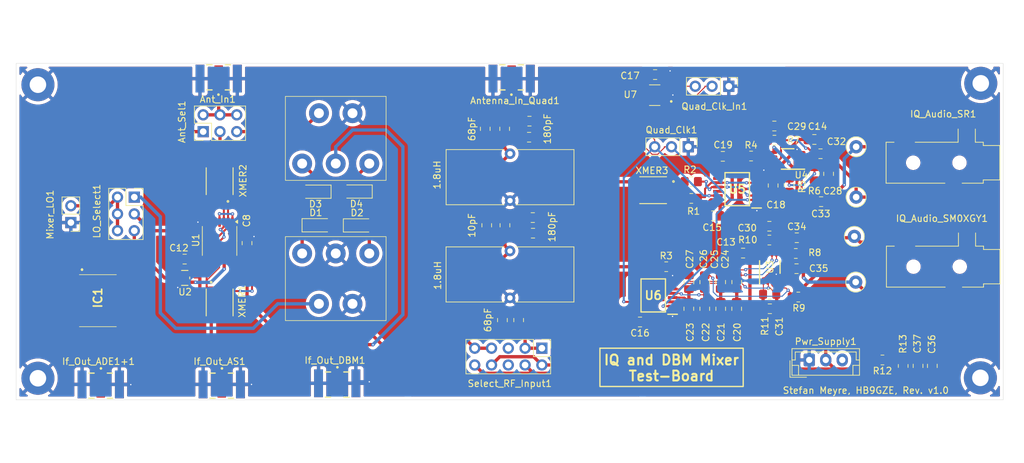
<source format=kicad_pcb>
(kicad_pcb (version 20240108) (generator "pcbnew") (generator_version "8.0")
  (layers (0 "F.Cu" signal) (31 "B.Cu" signal) (34 "B.Paste" user) (35 "F.Paste" user) (36 "B.SilkS" user "B.Silkscreen") (37 "F.SilkS" user "F.Silkscreen") (38 "B.Mask" user) (39 "F.Mask" user) (44 "Edge.Cuts" user))
  (net 0 "")
  (net 1 "GND")
  (net 2 "Net-(D1-K)")
  (net 3 "Net-(D1-A)")
  (net 4 "Net-(D2-A)")
  (net 5 "Net-(D3-K)")
  (net 6 "Net-(C1-Pad2)")
  (net 7 "Net-(C10-Pad1)")
  (net 8 "+5V")
  (net 9 "/I_S0")
  (net 10 "/270")
  (net 11 "/90")
  (net 12 "/180")
  (net 13 "/0")
  (net 14 "Net-(Select_RF_Input1-Pin_1)")
  (net 15 "/+2.5V")
  (net 16 "Net-(R2-Pad1)")
  (net 17 "-5V")
  (net 18 "Net-(Ant_Sel1-Pin_2)")
  (net 19 "Net-(LO_Select1-Pin_2)")
  (net 20 "/Ant_In")
  (net 21 "Net-(Select_RF_Input1-Pin_10)")
  (net 22 "/RF_In_DBM")
  (net 23 "/LO_AS")
  (net 25 "/LO_DBM")
  (net 27 "/LO_ADE1+")
  (net 28 "/RF_In_ADE1+")
  (net 29 "Net-(U1-Pad1)")
  (net 30 "Net-(U1-Pad2)")
  (net 31 "/RF_In_AS")
  (net 34 "Net-(U2-Y)")
  (net 35 "Net-(U1-Pad11)")
  (net 36 "Net-(U1-Pad10)")
  (net 38 "Net-(C32-Pad2)")
  (net 39 "/Q_S1")
  (net 40 "/IF_Out_ADE1+")
  (net 41 "/IF_Out_AS")
  (net 42 "/IF_Out_DBM")
  (net 43 "Net-(U5-1A)")
  (net 44 "Net-(U5-2A)")
  (net 45 "Net-(U3B-IN+)")
  (net 46 "Net-(U3B-IN-)")
  (net 47 "Net-(U3A-IN+)")
  (net 48 "Net-(U3A-IN-)")
  (net 49 "Net-(U4A-OUT)")
  (net 50 "Net-(U4A-IN-)")
  (net 51 "Net-(U4B-IN-)")
  (net 52 "Net-(U4B-OUT)")
  (net 53 "Net-(U3B-OUT)")
  (net 54 "Net-(U3A-OUT)")
  (net 55 "Net-(C33-Pad2)")
  (net 56 "Net-(U5-1B1)")
  (net 57 "Net-(R1-Pad1)")
  (net 58 "Net-(U5-1B4)")
  (net 59 "Net-(U6-1A)")
  (net 70 "Net-(Quad_Clk_In1-Pin_3)")
  (net 71 "Net-(Quad_Clk_In1-Pin_2)")
  (net 72 "/RF_In")
  (net 73 "Net-(C28-Pad2)")
  (net 74 "Net-(C34-Pad2)")
  (net 75 "Net-(C35-Pad2)")
  (footprint "Connector_PinHeader_2.54mm:PinHeader_1x03_P2.54mm_Vertical" (layer "F.Cu") (at 165.1 50.8 -90)
    (property "Reference" "Quad_Clk1")
    (property "Value" "Conn_01x03" (hide yes))
  )
  (footprint "Capacitor_SMD:C_0805_2012Metric_Pad1.18x1.45mm_HandSolder" (layer "F.Cu") (at 165.1853 75.3121 -90)
    (property "Reference" "C23")
    (property "Value" "47nF 1%" (hide yes))
  )
  (footprint "Capacitor_SMD:C_0805_2012Metric_Pad1.18x1.45mm_HandSolder" (layer "F.Cu") (at 98.3377 65.378 90)
    (property "Reference" "C8")
    (property "Value" "100nF" (hide yes))
  )
  (footprint "Capacitor_SMD:C_0805_2012Metric_Pad1.18x1.45mm_HandSolder" (layer "F.Cu") (at 157.7997 77.3101 180)
    (property "Reference" "C16")
    (property "Value" "100nF" (hide yes))
  )
  (footprint "Resistor_SMD:R_0805_2012Metric_Pad1.20x1.40mm_HandSolder" (layer "F.Cu") (at 161.766 68.9502)
    (property "Reference" "R3")
    (property "Value" "47R" (hide yes))
  )
  (footprint "Capacitor_SMD:C_0805_2012Metric_Pad1.18x1.45mm_HandSolder" (layer "F.Cu") (at 202.0289 83.9556 90)
    (property "Reference" "C36")
    (property "Value" "10uF" (hide yes))
  )
  (footprint "Capacitor_SMD:C_0805_2012Metric_Pad1.18x1.45mm_HandSolder" (layer "F.Cu") (at 185.204 59.1071)
    (property "Reference" "C33")
    (property "Value" "100nF" (hide yes))
  )
  (footprint "Private:SOP65P640X110-16N" (layer "F.Cu") (at 159.8019 73.2951 180)
    (property "Reference" "U6")
    (property "Value" "SN74CBT3253" (hide yes))
  )
  (footprint "Private:SAMTEC_SMA-J-P-H-ST-EM1" (layer "F.Cu") (at 138.3731 40.2915 180)
    (property "Reference" "Antenna_In_Quad1")
    (property "Value" "SMA" (hide yes))
  )
  (footprint "MountingHole:MountingHole_2.5mm_Pad_TopBottom" (layer "F.Cu") (at 66.6971 85.8249)
    (property "Reference" "H3" (hide yes))
    (property "Value" "MountingHole_Pad" (hide yes))
  )
  (footprint "Capacitor_SMD:C_0805_2012Metric_Pad1.18x1.45mm_HandSolder" (layer "F.Cu") (at 167.5987 75.3121 -90)
    (property "Reference" "C22")
    (property "Value" "47nF 1%" (hide yes))
  )
  (footprint "MountingHole:MountingHole_2.5mm_Pad_TopBottom" (layer "F.Cu") (at 209.3005 85.7655)
    (property "Reference" "H4" (hide yes))
    (property "Value" "MountingHole_Pad" (hide yes))
  )
  (footprint "Capacitor_SMD:C_0805_2012Metric_Pad1.18x1.45mm_HandSolder" (layer "F.Cu") (at 141.0141 49.3539 180)
    (property "Reference" "C4" (hide yes))
    (property "Value" "XpF" (hide yes))
  )
  (footprint "Capacitor_SMD:C_0805_2012Metric_Pad1.18x1.45mm_HandSolder" (layer "F.Cu") (at 141.6074 63.8743 180)
    (property "Reference" "C7" (hide yes))
    (property "Value" "180pF")
  )
  (footprint "Diode_SMD:D_SOD-123F" (layer "F.Cu") (at 115.1186 62.7007)
    (property "Reference" "D2")
    (property "Value" "PMEG2005EH" (hide yes))
  )
  (footprint "MountingHole:MountingHole_2.5mm_Pad_TopBottom" (layer "F.Cu") (at 209.36 41.1982)
    (property "Reference" "H2" (hide yes))
    (property "Value" "MountingHole_Pad" (hide yes))
  )
  (footprint "Inductor_THT:L_Toroid_Vertical_L19.1mm_W8.1mm_P7.10mm_Bourns_5700" (layer "F.Cu") (at 138.1252 66.5653)
    (property "Reference" "L2" (hide yes))
    (property "Value" "1.8uH")
  )
  (footprint "Private:MABAES0060_MCM" (layer "F.Cu") (at 94.1941 56.0096 90)
    (property "Reference" "XMER2")
    (property "Value" "MABAES0060" (hide yes))
  )
  (footprint "Capacitor_SMD:C_0805_2012Metric_Pad1.18x1.45mm_HandSolder" (layer "F.Cu") (at 170.3312 52.2493 180)
    (property "Reference" "C19")
    (property "Value" "47nF 1%" (hide yes))
  )
  (footprint "Capacitor_SMD:C_0805_2012Metric_Pad1.18x1.45mm_HandSolder" (layer "F.Cu") (at 168.8854 61.246)
    (property "Reference" "C15")
    (property "Value" "100nF" (hide yes))
  )
  (footprint "Private:MABAES0060_MCM" (layer "F.Cu") (at 94.1941 74.3571 -90)
    (property "Reference" "XMER1")
    (property "Value" "MABAES0060" (hide yes))
  )
  (footprint "Resistor_SMD:R_0805_2012Metric_Pad1.20x1.40mm_HandSolder" (layer "F.Cu") (at 178.1377 49.8006)
    (property "Reference" "R7")
    (property "Value" "4.99k" (hide yes))
  )
  (footprint "Connector_Audio:Jack_3.5mm_CUI_SJ-3523-SMT_Horizontal" (layer "F.Cu") (at 203.6793 68.94 -90)
    (property "Reference" "IQ_Audio_SM0XGY1")
    (property "Value" "AudioJack3" (hide yes))
  )
  (footprint "Capacitor_SMD:C_0805_2012Metric_Pad1.18x1.45mm_HandSolder" (layer "F.Cu") (at 181.4837 69.2493)
    (property "Reference" "C35")
    (property "Value" "100nF" (hide yes))
  )
  (footprint "Diode_SMD:D_SOD-123F" (layer "F.Cu") (at 108.8471 57.5982 180)
    (property "Reference" "D3")
    (property "Value" "PMEG2005EH" (hide yes))
  )
  (footprint "Private:SAMTEC_SMA-J-P-H-ST-EM1" (layer "F.Cu") (at 76.2 86.9585)
    (property "Reference" "If_Out_ADE1+1")
    (property "Value" "SMA" (hide yes))
  )
  (footprint "Connector_PinHeader_2.54mm:PinHeader_1x03_P2.54mm_Vertical" (layer "F.Cu") (at 171.2381 41.6465 -90)
    (property "Reference" "Quad_Clk_In1")
    (property "Value" "Conn_01x03" (hide yes))
  )
  (footprint "TestPoint:TestPoint_Loop_D1.80mm_Drill1.0mm_Beaded" (layer "F.Cu") (at 190.5 50.8)
    (property "Reference" "TP2" (hide yes))
    (property "Value" "TestPoint" (hide yes))
  )
  (footprint "Resistor_SMD:R_0805_2012Metric_Pad1.20x1.40mm_HandSolder" (layer "F.Cu") (at 174.6053 52.2014)
    (property "Reference" "R4")
    (property "Value" "49.9R" (hide yes))
  )
  (footprint "Capacitor_SMD:C_0805_2012Metric_Pad1.18x1.45mm_HandSolder" (layer "F.Cu") (at 181.5241 64.5666)
    (property "Reference" "C34")
    (property "Value" "100nF" (hide yes))
  )
  (footprint "Capacitor_SMD:C_0805_2012Metric_Pad1.18x1.45mm_HandSolder" (layer "F.Cu") (at 186.3324 54.8967 -90)
    (property "Reference" "C28")
    (property "Value" "390pF" (hide yes))
  )
  (footprint "Connector_PinSocket_2.54mm:PinSocket_2x03_P2.54mm_Vertical" (layer "F.Cu") (at 81.28 58.42)
    (property "Reference" "LO_Select1")
    (property "Value" "Conn_02x03_Odd_Even" (hide yes))
  )
  (footprint "TestPoint:TestPoint_Loop_D1.80mm_Drill1.0mm_Beaded" (layer "F.Cu") (at 190.235 64.3608)
    (property "Reference" "TP3" (hide yes))
    (property "Value" "TestPoint" (hide yes))
  )
  (footprint "Private:SC-88A-5_1P35X2P2_ONS" (layer "F.Cu") (at 88.9172 70.6429)
    (property "Reference" "U2")
    (property "Value" "NC7SZ04P5X" (hide yes))
  )
  (footprint "Resistor_SMD:R_0805_2012Metric_Pad1.20x1.40mm_HandSolder" (layer "F.Cu") (at 165.5586 58.6125)
    (property "Reference" "R1")
    (property "Value" "10R" (hide yes))
  )
  (footprint "TestPoint:TestPoint_Loop_D1.80mm_Drill1.0mm_Beaded" (layer "F.Cu") (at 190.5 58.42)
    (property "Reference" "TP1" (hide yes))
    (property "Value" "TestPoint" (hide yes))
  )
  (footprint "Capacitor_SMD:C_0805_2012Metric_Pad1.18x1.45mm_HandSolder" (layer "F.Cu") (at 165.1956 71.3017 90)
    (property "Reference" "C27")
    (property "Value" "10uF" (hide yes))
  )
  (footprint "Private:Transformer_1P_SS_SNM" (layer "F.Cu") (at 111.76 72.0219 90)
    (property "Reference" "T1" (hide yes))
    (property "Value" "Transformer_1P_SS_SNM" (hide yes))
  )
  (footprint "Private:OPA1678_L" (layer "F.Cu") (at 177.4417 68.995 90)
    (property "Reference" "U3")
    (property "Value" "OPA1678IDGKT" (hide yes))
  )
  (footprint "Capacitor_SMD:C_0805_2012Metric_Pad1.18x1.45mm_HandSolder" (layer "F.Cu") (at 137.3631 62.6789 90)
    (property "Reference" "C6" (hide yes))
    (property "Value" "10pF")
  )
  (footprint "Resistor_SMD:R_0805_2012Metric_Pad1.20x1.40mm_HandSolder" (layer "F.Cu") (at 194.4813 83.0599 180)
    (property "Reference" "R12")
    (property "Value" "1k" (hide yes))
  )
  (footprint "Resistor_SMD:R_0805_2012Metric_Pad1.20x1.40mm_HandSolder" (layer "F.Cu") (at 181.3733 66.945)
    (property "Reference" "R8")
    (property "Value" "10k 1%" (hide yes))
  )
  (footprint "Capacitor_SMD:C_0805_2012Metric_Pad1.18x1.45mm_HandSolder" (layer "F.Cu") (at 178.1227 47.6613)
    (property "Reference" "C29")
    (property "Value" "390pF" (hide yes))
  )
  (footprint "Private:Transformer_1P_SS_SNM" (layer "F.Cu") (at 111.76 48.26 -90)
    (property "Reference" "T2" (hide yes))
    (property "Value" "Transformer_1P_SS_SNM" (hide yes))
  )
  (footprint "Capacitor_SMD:C_0805_2012Metric_Pad1.18x1.45mm_HandSolder" (layer "F.Cu") (at 170.0048 71.2753 90)
    (property "Reference" "C25")
    (property "Value" "10uF" (hide yes))
  )
  (footprint "Resistor_SMD:R_0805_2012Metric_Pad1.20x1.40mm_HandSolder" (layer "F.Cu") (at 177.3712 64.9162 180)
    (property "Reference" "R10")
    (property "Value" "10k 1%" (hide yes))
  )
  (footprint "Capacitor_SMD:C_0805_2012Metric_Pad1.18x1.45mm_HandSolder" (layer "F.Cu") (at 177.4434 75.3111 180)
    (property "Reference" "C31")
    (property "Value" "390pF" (hide yes))
  )
  (footprint "Capacitor_SMD:C_0805_2012Metric_Pad1.18x1.45mm_HandSolder" (layer "F.Cu") (at 199.8708 83.9556 90)
    (property "Reference" "C37")
    (property "Value" "100nF" (hide yes))
  )
  (footprint "Connector_Audio:Jack_3.5mm_CUI_SJ-3523-SMT_Horizontal" (layer "F.Cu") (at 203.6364 53.2144 -90)
    (property "Reference" "IQ_Audio_SR1")
    (property "Value" "AudioJack3" (hide yes))
  )
  (footprint "Diode_SMD:D_SOD-123F" (layer "F.Cu") (at 115.0736 57.5757 180)
    (property "Reference" "D4")
    (property "Value" "PMEG2005EH" (hide yes))
  )
  (footprint "Diode_SMD:D_SOD-123F" (layer "F.Cu") (at 108.8761 62.6782)
    (property "Reference" "D1")
    (property "Value" "4x PMEG2005EH" (hide yes))
  )
  (footprint "Resistor_SMD:R_0805_2012Metric_Pad1.20x1.40mm_HandSolder" (layer "F.Cu") (at 181.7517 73.5369)
    (property "Reference" "R9")
    (property "Value" "10k 1%" (hide yes))
  )
  (footprint "Connector_PinHeader_2.54mm:PinHeader_2x03_P2.54mm_Vertical" (layer "F.Cu") (at 91.7041 48.5086 90)
    (property "Reference" "Ant_Sel1")
    (property "Value" "Conn_02x03_Odd_Even" (hide yes))
  )
  (footprint "Capacitor_SMD:C_0805_2012Metric_Pad1.18x1.45mm_HandSolder" (layer "F.Cu") (at 184.1787 49.6964)
    (property "Reference" "C14")
    (property "Value" "100nF" (hide yes))
  )
  (footprint "Private:MABAES0060_MCM" (layer "F.Cu") (at 159.7839 57.37 180)
    (property "Reference" "XMER3")
    (property "Value" "MABAES0060" (hide yes))
  )
  (footprint "Private:SAMTEC_SMA-J-P-H-ST-EM1" (layer "F.Cu") (at 94.045 40.2879 180)
    (property "Reference" "Ant_In1")
    (property "Value" "SMA" (hide yes))
  )
  (footprint "Capacitor_SMD:C_0805_2012Metric_Pad1.18x1.45mm_HandSolder" (layer "F.Cu") (at 88.9 67.7977)
    (property "Reference" "C12")
    (property "Value" "100nF" (hide yes))
  )
  (footprint "Capacitor_SMD:C_0805_2012Metric_Pad1.18x1.45mm_HandSolder" (layer "F.Cu") (at 134.6091 62.6789 -90)
    (property "Reference" "C5" (hide yes))
    (property "Value" "XpF" (hide yes))
  )
  (footprint "Capacitor_SMD:C_0805_2012Metric_Pad1.18x1.45mm_HandSolder" (layer "F.Cu") (at 141.0706 46.9243 180)
    (property "Reference" "C3" (hide yes))
    (property "Value" "180pF")
  )
  (footprint "Inductor_THT:L_Toroid_Vertical_L19.1mm_W8.1mm_P7.10mm_Bourns_5700" (layer "F.Cu") (at 138.1351 51.8506)
    (property "Reference" "L1" (hide yes))
    (property "Value" "1.8uH")
  )
  (footprint "Capacitor_SMD:C_0805_2012Metric_Pad1.18x1.45mm_HandSolder" (layer "F.Cu") (at 167.6002 71.2753 90)
    (property "Reference" "C26")
    (property "Value" "10uF" (hide yes))
  )
  (footprint "Capacitor_SMD:C_0805_2012Metric_Pad1.18x1.45mm_HandSolder" (layer "F.Cu") (at 172.4255 75.3121 -90)
    (property "Reference" "C20")
    (property "Value" "47nF 1%" (hide yes))
  )
  (footprint "Connector_PinHeader_2.54mm:PinHeader_1x02_P2.54mm_Vertical" (layer "F.Cu") (at 71.6848 62.2676 180)
    (property "Reference" "Mixer_LO1")
    (property "Value" "Conn_01x02_Socket" (hide yes))
  )
  (footprint "Connector_JST:JST_EH_B3B-EH-A_1x03_P2.50mm_Vertical" (layer "F.Cu") (at 183.4013 83.0599)
    (property "Reference" "Pwr_Supply1")
    (property "Value" "Conn_01x03_Socket" (hide yes))
  )
  (footprint "Private:SAMTEC_SMA-J-P-H-ST-EM1" (layer "F.Cu") (at 111.9837 86.7867)
    (property "Reference" "If_Out_DBM1")
    (property "Value" "SMA" (hide yes))
  )
  (footprint "Private:SOP65P640X110-16N" (layer "F.Cu") (at 172.511 57.2141 180)
    (property "Reference" "U5")
    (property "Value" "SN74CBT3253" (hide yes))
  )
  (footprint "Capacitor_SMD:C_0805_2012Metric_Pad1.18x1.45mm_HandSolder" (layer "F.Cu") (at 141.576 61.5156)
    (property "Reference" "C9" (hide yes))
    (property "Value" "XpF" (hide yes))
  )
  (footprint "Capacitor_SMD:C_0805_2012Metric_Pad1.18x1.45mm_HandSolder" (layer "F.Cu") (at 173.3941 66.8888 180)
    (property "Reference" "C13")
    (property "Value" "100nF" (hide yes))
  )
  (footprint "Resistor_SMD:R_0805_2012Metric_Pad1.20x1.40mm_HandSolder" (layer "F.Cu") (at 197.619 83.9649 90)
    (property "Reference" "R13")
    (property "Value" "1k" (hide yes))
  )
  (footprint "Resistor_SMD:R_0805_2012Metric_Pad1.20x1.40mm_HandSolder" (layer "F.Cu") (at 184.185 54.8763 -90)
    (property "Reference" "R6")
    (property "Value" "4.99k" (hide yes))
  )
  (footprint "Resistor_SMD:R_0805_2012Metric_Pad1.20x1.40mm_HandSolder" (layer "F.Cu") (at 177.4196 73.1103 180)
    (property "Reference" "R11")
    (property "Value" "10k 1%" (hide yes))
  )
  (footprint "Private:SAMTEC_SMA-J-P-H-ST-EM1" (layer "F.Cu") (at 94.513 86.9585)
    (property "Reference" "If_Out_AS1")
    (property "Value" "SMA" (hide yes))
  )
  (footprint "Private:SOT95P280X145-6N" (layer "F.Cu") (at 160.0252 42.9899 180)
    (property "Reference" "U7")
    (property "Value" "SN74LVC2G17DBVR" (hide yes))
  )
  (footprint "Package_SO:TSSOP-14_4.4x5mm_P0.65mm" (layer "F.Cu") (at 94.1816 65.0462 -90)
    (property "Reference" "U1")
    (property "Value" "CD4066BPW" (hide yes))
  )
  (footprint "Private:OPA1678_L" (layer "F.Cu") (at 180.1328 52.6441 180)
    (property "Reference" "U4")
    (property "Value" "OPA1678IDGKT" (hide yes))
  )
  (footprint "Resistor_SMD:R_0805_2012Metric_Pad1.20x1.40mm_HandSolder" (layer "F.Cu") (at 180.3664 56.6023 90)
    (property "Reference" "R5")
    (property "Value" "49.9R" (hide yes))
  )
  (footprint "Capacitor_SMD:C_0805_2012Metric_Pad1.18x1.45mm_HandSolder" (layer "F.Cu") (at 160.0804 39.8767 180)
    (property "Reference" "C17")
    (property "Value" "100nF" (hide yes))
  )
  (footprint "Capacitor_SMD:C_0805_2012Metric_Pad1.18x1.45mm_HandSolder" (layer "F.Cu") (at 177.9433 56.6595 -90)
    (property "Reference" "C18")
    (property "Value" "47nF 1%" (hide yes))
  )
  (footprint "Capacitor_SMD:C_0805_2012Metric_Pad1.18x1.45mm_HandSolder" (layer "F.Cu") (at 139.437 77.0256 -90)
    (property "Reference" "C10" (hide yes))
    (property "Value" "XpF" (hide yes))
  )
  (footprint "Private:ADE1Mix" (layer "F.Cu") (at 75.7675 74.0925 -90)
    (property "Reference" "IC1")
    (property "Value" "ADE-1+" (hide yes))
  )
  (footprint "Capacitor_SMD:C_0805_2012Metric_Pad1.18x1.45mm_HandSolder" (layer "F.Cu") (at 170.0121 75.3121 -90)
    (property "Reference" "C21")
    (property "Value" "47nF 1%" (hide yes))
  )
  (footprint "Capacitor_SMD:C_0805_2012Metric_Pad1.18x1.45mm_HandSolder" (layer "F.Cu") (at 185.109 51.8554)
    (property "Reference" "C32")
    (property "Value" "100nF" (hide yes))
  )
  (footprint "Capacitor_SMD:C_0805_2012Metric_Pad1.18x1.45mm_HandSolder" (layer "F.Cu") (at 136.981 77.0256 -90)
    (property "Reference" "C11" (hide yes))
    (property "Value" "68pF")
  )
  (footprint "Capacitor_SMD:C_0805_2012Metric_Pad1.18x1.45mm_HandSolder" (layer "F.Cu") (at 172.4359 71.2753 90)
    (property "Reference" "C24")
    (property "Value" "10uF" (hide yes))
  )
  (footprint "MountingHole:MountingHole_2.5mm_Pad_TopBottom" (layer "F.Cu") (at 66.6971 41.4123)
    (property "Reference" "H1" (hide yes))
    (property "Value" "MountingHole_Pad" (hide yes))
  )
  (footprint "Connector_PinHeader_2.54mm:PinHeader_2x05_P2.54mm_Vertical" (layer "F.Cu") (at 142.9509 81.28 -90)
    (property "Reference" "Select_RF_Input1")
    (property "Value" "Conn_02x05_Odd_Even" (hide yes))
  )
  (footprint "TestPoint:TestPoint_Loop_D1.80mm_Drill1.0mm_Beaded" (layer "F.Cu") (at 190.4338 71.2743)
    (property "Reference" "TP4" (hide yes))
    (property "Value" "TestPoint" (hide yes))
  )
  (footprint "Resistor_SMD:R_0805_2012Metric_Pad1.20x1.40mm_HandSolder" (layer "F.Cu") (at 165.5586 56.0725)
    (property "Reference" "R2")
    (property "Value" "10R" (hide yes))
  )
  (footprint "Capacitor_SMD:C_0805_2012Metric_Pad1.18x1.45mm_HandSolder" (layer "F.Cu") (at 134.3834 48.0841 -90)
    (property "Reference" "C2" (hide yes))
    (property "Value" "68pF")
  )
  (footprint "Capacitor_SMD:C_0805_2012Metric_Pad1.18x1.45mm_HandSolder" (layer "F.Cu") (at 177.3712 62.8264 180)
    (property "Reference" "C30")
    (property "Value" "390pF" (hide yes))
  )
  (footprint "Capacitor_SMD:C_0805_2012Metric_Pad1.18x1.45mm_HandSolder" (layer "F.Cu") (at 137.3215 48.0841 -90)
    (property "Reference" "C1" (hide yes))
    (property "Value" "XpF" (hide yes))
  )
  (gr_rect (start 151.734575 81.28) (end 173.412642 87.074478) (stroke (width 0.2)) (fill none) (layer "F.SilkS"))
  (gr_rect (start 63.396459 38.188667) (end 212.746767 89.096517) (stroke (width 0.05)) (fill none) (layer "Edge.Cuts"))
  (gr_text "Stefan Meyre, HB9GZE, Rev. v1.0" (at 179.320564 88.252637 0) (layer "F.SilkS") (effects (font (size 1 1)) (justify left bottom)))
  (gr_text "IQ and DBM Mixer\nTest-Board" (at 162.56 86.36 0) (layer "F.SilkS") (effects (font (size 1.5 1.5) (thickness 0.3) (bold yes)) (justify bottom)))
  (segment (start 98.3377 64.3405) (end 99.355206 64.3405) (width 0.5) (layer "F.Cu") (net 1))
  (segment (start 116.6133 86.5867) (end 116.84 86.36) (width 0.5) (layer "F.Cu") (net 1))
  (segment (start 182.030023 51.669098) (end 181.560693 51.199768) (width 0.5) (layer "F.Cu") (net 1))
  (segment (start 114.8087 86.5867) (end 116.6133 86.5867) (width 0.5) (layer "F.Cu") (net 1))
  (segment (start 175.933684 54.9391) (end 176.532455 54.340329) (width 0.5) (layer "F.Cu") (net 1))
  (segment (start 79.025 86.7585) (end 80.717519 86.7585) (width 0.5) (layer "F.Cu") (net 1))
  (segment (start 87.832589 67.767789) (end 87.8625 67.7977) (width 0.5) (layer "F.Cu") (net 1))
  (segment (start 175.436 59.4891) (end 175.436 60.424355) (width 0.5) (layer "F.Cu") (net 1))
  (segment (start 162.7269 70.291177) (end 162.725107 70.289384) (width 0.5) (layer "F.Cu") (net 1))
  (segment (start 182.2578 51.669098) (end 182.030023 51.669098) (width 0.5) (layer "F.Cu") (net 1))
  (segment (start 161.796352 39.8767) (end 162.350044 39.323008) (width 0.5) (layer "F.Cu") (net 1))
  (segment (start 169.586 58.8391) (end 168.534339 58.8391) (width 0.5) (layer "F.Cu") (net 1))
  (segment (start 185.2162 49.6964) (end 185.2162 48.806963) (width 0.5) (layer "F.Cu") (net 1))
  (segment (start 168.534339 58.8391) (end 167.8479 59.525539) (width 0.5) (layer "F.Cu") (net 1))
  (segment (start 162.7269 76.454455) (end 162.720537 76.460818) (width 0.5) (layer "F.Cu") (net 1))
  (segment (start 99.012243 86.7585) (end 99.014566 86.760823) (width 0.5) (layer "F.Cu") (net 1))
  (segment (start 162.7269 71.0201) (end 162.7269 70.291177) (width 0.5) (layer "F.Cu") (net 1))
  (segment (start 185.2162 48.806963) (end 184.485445 48.076208) (width 0.5) (layer "F.Cu") (net 1))
  (segment (start 161.1179 39.8767) (end 161.796352 39.8767) (width 0.5) (layer "F.Cu") (net 1))
  (segment (start 167.8479 59.525539) (end 167.8479 61.246) (width 0.5) (layer "F.Cu") (net 1))
  (segment (start 92.2316 62.1837) (end 90.923963 62.1837) (width 0.5) (layer "F.Cu") (net 1))
  (segment (start 87.832589 66.172155) (end 87.832589 67.767789) (width 0.5) (layer "F.Cu") (net 1))
  (segment (start 175.436 54.9391) (end 175.933684 54.9391) (width 0.5) (layer "F.Cu") (net 1))
  (segment (start 97.338 86.7585) (end 99.012243 86.7585) (width 0.5) (layer "F.Cu") (net 1))
  (segment (start 99.355206 64.3405) (end 99.3927 64.377994) (width 0.5) (layer "F.Cu") (net 1))
  (segment (start 162.7269 75.5701) (end 162.7269 76.454455) (width 0.5) (layer "F.Cu") (net 1))
  (segment (start 87.878251 72.064409) (end 87.852356 72.090304) (width 0.5) (layer "F.Cu") (net 1))
  (segment (start 80.717519 86.7585) (end 80.748472 86.789453) (width 0.5) (layer "F.Cu") (net 1))
  (segment (start 162.748647 42.9899) (end 162.769955 42.968592) (width 0.5) (layer "F.Cu") (net 1))
  (segment (start 175.436 60.424355) (end 175.480535 60.46889) (width 0.5) (layer "F.Cu") (net 1))
  (segment (start 161.2802 42.9899) (end 162.748647 42.9899) (width 0.5) (layer "F.Cu") (net 1))
  (segment (start 87.878251 71.292899) (end 87.878251 72.064409) (width 0.5) (layer "F.Cu") (net 1))
  (segment (start 90.923963 62.1837) (end 90.905568 62.202095) (width 0.5) (layer "F.Cu") (net 1))
  (segment (start 178.416702 71.12) (end 178.416701 70.089311) (width 0.5) (layer "F.Cu") (net 1))
  (via (at 116.84 86.36) (size 0.5) (drill 0.2) (layers "F.Cu" "B.Cu") (net 1))
  (via (at 162.769955 42.968592) (size 0.5) (drill 0.2) (layers "F.Cu" "B.Cu") (net 1))
  (via (at 99.3927 64.377994) (size 0.5) (drill 0.2) (layers "F.Cu" "B.Cu") (net 1))
  (via (at 87.852356 72.090304) (size 0.5) (drill 0.2) (layers "F.Cu" "B.Cu") (net 1))
  (via (at 80.748472 86.789453) (size 0.5) (drill 0.2) (layers "F.Cu" "B.Cu") (net 1))
  (via (at 162.350044 39.323008) (size 0.5) (drill 0.2) (layers "F.Cu" "B.Cu") (net 1))
  (via (at 184.485445 48.076208) (size 0.5) (drill 0.2) (layers "F.Cu" "B.Cu") (net 1))
  (via (at 178.416701 70.089311) (size 0.5) (drill 0.2) (layers "F.Cu" "B.Cu") (net 1))
  (via (at 162.725107 70.289384) (size 0.5) (drill 0.2) (layers "F.Cu" "B.Cu") (net 1))
  (via (at 99.014566 86.760823) (size 0.5) (drill 0.2) (layers "F.Cu" "B.Cu") (net 1))
  (via (at 90.905568 62.202095) (size 0.5) (drill 0.2) (layers "F.Cu" "B.Cu") (net 1))
  (via (at 162.720537 76.460818) (size 0.5) (drill 0.2) (layers "F.Cu" "B.Cu") (net 1))
  (via (at 175.480535 60.46889) (size 0.5) (drill 0.2) (layers "F.Cu" "B.Cu") (net 1))
  (via (at 87.832589 66.172155) (size 0.5) (drill 0.2) (layers "F.Cu" "B.Cu") (net 1))
  (via (at 181.560693 51.199768) (size 0.5) (drill 0.2) (layers "F.Cu" "B.Cu") (net 1))
  (via (at 176.532455 54.340329) (size 0.5) (drill 0.2) (layers "F.Cu" "B.Cu") (net 1))
  (segment (start 90.905568 62.202095) (end 87.832589 65.275074) (width 0.5) (layer "B.Cu") (net 1))
  (segment (start 115.0354 86.36) (end 114.8087 86.5867) (width 0.5) (layer "B.Cu") (net 1))
  (segment (start 99.014566 86.760823) (end 97.340323 86.760823) (width 0.5) (layer "B.Cu") (net 1))
  (segment (start 79.055953 86.789453) (end 79.025 86.7585) (width 0.5) (layer "B.Cu") (net 1))
  (segment (start 178.055737 41.6465) (end 171.2381 41.6465) (width 0.5) (layer "B.Cu") (net 1))
  (segment (start 80.748472 86.789453) (end 79.055953 86.789453) (width 0.5) (layer "B.Cu") (net 1))
  (segment (start 116.84 86.36) (end 115.0354 86.36) (width 0.5) (layer "B.Cu") (net 1))
  (segment (start 87.832589 65.275074) (end 87.832589 66.172155) (width 0.5) (layer "B.Cu") (net 1))
  (segment (start 184.485445 48.076208) (end 178.055737 41.6465) (width 0.5) (layer "B.Cu") (net 1))
  (segment (start 97.340323 86.760823) (end 97.338 86.7585) (width 0.5) (layer "B.Cu") (net 1))
  (segment (start 107.476 62.6782) (end 107.447 62.6492) (width 0.5) (layer "F.Cu") (net 2))
  (segment (start 107.447 57.6029) (end 107.447 57.5982) (width 0.15) (layer "F.Cu") (net 2))
  (segment (start 107.447 57.6359) (end 107.447 57.617) (width 0.5) (layer "F.Cu") (net 2))
  (segment (start 107.447 60.0131) (end 107.447 58.8056) (width 0.5) (layer "F.Cu") (net 2))
  (segment (start 107.447 62.6492) (end 107.447 60.0132) (width 0.5) (layer "F.Cu") (net 2))
  (segment (start 107.447 60.0131) (end 107.447 58.8056) (width 0.15) (layer "F.Cu") (net 2))
  (segment (start 107.447 57.6736) (end 107.447 57.6359) (width 0.15) (layer "F.Cu") (net 2))
  (segment (start 107.447 58.2019) (end 107.447 57.9) (width 0.15) (layer "F.Cu") (net 2))
  (segment (start 107.447 60.0132) (end 107.447 60.0131) (width 0.15) (layer "F.Cu") (net 2))
  (segment (start 107.447 58.2019) (end 107.447 57.9) (width 0.5) (layer "F.Cu") (net 2))
  (segment (start 107.447 58.8056) (end 107.447 58.2019) (width 0.15) (layer "F.Cu") (net 2))
  (segment (start 106.68 63.4743) (end 107.476 62.6782) (width 0.5) (layer "F.Cu") (net 2))
  (segment (start 106.68 66.9419) (end 106.68 63.4743) (width 0.5) (layer "F.Cu") (net 2))
  (segment (start 107.447 57.6076) (end 107.447 57.6029) (width 0.5) (layer "F.Cu") (net 2))
  (segment (start 107.447 57.9) (end 107.447 57.7491) (width 0.5) (layer "F.Cu") (net 2))
  (segment (start 107.447 57.7491) (end 107.447 57.6736) (width 0.15) (layer "F.Cu") (net 2))
  (segment (start 107.447 57.6736) (end 107.447 57.6359) (width 0.5) (layer "F.Cu") (net 2))
  (segment (start 107.447 58.8056) (end 107.447 58.2019) (width 0.5) (layer "F.Cu") (net 2))
  (segment (start 107.447 57.6359) (end 107.447 57.617) (width 0.15) (layer "F.Cu") (net 2))
  (segment (start 107.447 57.6029) (end 107.4471 57.6028) (width 0.15) (layer "F.Cu") (net 2))
  (segment (start 107.447 57.6076) (end 107.447 57.6029) (width 0.15) (layer "F.Cu") (net 2))
  (segment (start 107.447 57.617) (end 107.447 57.6076) (width 0.15) (layer "F.Cu") (net 2))
  (segment (start 107.447 57.617) (end 107.447 57.6076) (width 0.5) (layer "F.Cu") (net 2))
  (segment (start 107.447 57.7491) (end 107.447 57.6736) (width 0.5) (layer "F.Cu") (net 2))
  (segment (start 107.4471 57.6028) (end 107.4471 57.5982) (width 0.15) (layer "F.Cu") (net 2))
  (segment (start 107.447 57.9) (end 107.447 57.7491) (width 0.15) (layer "F.Cu") (net 2))
  (segment (start 107.447 57.6029) (end 107.447 57.5982) (width 0.5) (layer "F.Cu") (net 2))
  (segment (start 107.4761 62.6782) (end 107.476 62.6782) (width 0.15) (layer "F.Cu") (net 2))
  (segment (start 107.447 60.0132) (end 107.447 60.0131) (width 0.5) (layer "F.Cu") (net 2))
  (segment (start 113.7186 62.7007) (end 110.299 62.7007) (width 0.5) (layer "F.Cu") (net 3))
  (segment (start 113.719 62.7007) (end 113.7186 62.7007) (width 0.5) (layer "F.Cu") (net 3))
  (segment (start 108.847 61.2493) (end 108.847 55.5071) (width 0.5) (layer "F.Cu") (net 3))
  (segment (start 110.2761 62.6782) (end 110.276 62.6782) (width 0.5) (layer "F.Cu") (net 3))
  (segment (start 110.299 62.7007) (end 110.2761 62.6782) (width 0.5) (layer "F.Cu") (net 3))
  (segment (start 110.276 62.6782) (end 108.847 61.2493) (width 0.5) (layer "F.Cu") (net 3))
  (segment (start 108.847 55.5071) (end 106.68 53.34) (width 0.5) (layer "F.Cu") (net 3))
  (segment (start 116.496 57.5982) (end 116.485 57.5869) (width 0.5) (layer "F.Cu") (net 4))
  (segment (start 116.68 62.8614) (end 116.519 62.7007) (width 0.5) (layer "F.Cu") (net 4))
  (segment (start 116.485 57.5869) (end 116.474 57.5757) (width 0.5) (layer "F.Cu") (net 4))
  (segment (start 116.5186 62.7007) (end 116.519 62.7007) (width 0.15) (layer "F.Cu") (net 4))
  (segment (start 116.4736 57.5757) (end 116.474 57.5757) (width 0.15) (layer "F.Cu") (net 4))
  (segment (start 116.84 66.9419) (end 116.84 63.0221) (width 0.5) (layer "F.Cu") (net 4))
  (segment (start 116.84 63.0221) (end 116.68 62.8614) (width 0.5) (layer "F.Cu") (net 4))
  (segment (start 116.679 62.8614) (end 116.519 62.7007) (width 0.15) (layer "F.Cu") (net 4))
  (segment (start 116.496 57.5982) (end 116.485 57.5869) (width 0.15) (layer "F.Cu") (net 4))
  (segment (start 116.519 57.6207) (end 116.496 57.5982) (width 0.5) (layer "F.Cu") (net 4))
  (segment (start 116.519 62.7007) (end 116.519 57.6207) (width 0.5) (layer "F.Cu") (net 4))
  (segment (start 116.485 57.5869) (end 116.474 57.5757) (width 0.15) (layer "F.Cu") (net 4))
  (segment (start 116.68 62.8614) (end 116.679 62.8614) (width 0.15) (layer "F.Cu") (net 4))
  (segment (start 110.2471 57.5982) (end 110.247 57.5982) (width 0.5) (layer "F.Cu") (net 5))
  (segment (start 113.6736 57.5757) (end 110.27 57.5757) (width 0.5) (layer "F.Cu") (net 5))
  (segment (start 113.674 57.5757) (end 113.6736 57.5757) (width 0.5) (layer "F.Cu") (net 5))
  (segment (start 116.84 53.34) (end 113.674 56.506) (width 0.5) (layer "F.Cu") (net 5))
  (segment (start 110.27 57.5757) (end 110.2471 57.5982) (width 0.5) (layer "F.Cu") (net 5))
  (segment (start 113.674 56.506) (end 113.674 57.5757) (width 0.5) (layer "F.Cu") (net 5))
  (segment (start 134.383 49.1216) (end 134.3834 49.1216) (width 0.5) (layer "F.Cu") (net 6))
  (segment (start 137.728 51.4438) (end 138.135 51.8504) (width 0.15) (layer "F.Cu") (net 6))
  (segment (start 136.372 53.6136) (end 134.609 55.3766) (width 0.5) (layer "F.Cu") (net 6))
  (segment (start 138.135 51.8504) (end 138.135 51.8506) (width 0.15) (layer "F.Cu") (net 6))
  (segment (start 139.977 49.3539) (end 139.977 49.3537) (width 0.15) (layer "F.Cu") (net 6))
  (segment (start 137.3631 61.6414) (end 137.363 61.6414) (width 0.15) (layer "F.Cu") (net 6))
  (segment (start 136.3721 53.6136) (end 138.1351 51.8506) (width 0.15) (layer "F.Cu") (net 6))
  (segment (start 139.977 46.9808) (end 140.033 46.9243) (width 0.5) (layer "F.Cu") (net 6))
  (segment (start 137.322 49.1216) (end 139.744 49.1216) (width 0.5) (layer "F.Cu") (net 6))
  (segment (start 134.609 61.6414) (end 134.6091 61.6414) (width 0.5) (layer "F.Cu") (net 6))
  (segment (start 139.977 49.3539) (end 139.977 49.3537) (width 0.5) (layer "F.Cu") (net 6))
  (segment (start 137.322 49.1216) (end 137.322 51.037) (width 0.5) (layer "F.Cu") (net 6))
  (segment (start 139.977 49.3537) (end 139.977 49.3539) (width 0.5) (layer "F.Cu") (net 6))
  (segment (start 134.3834 49.1216) (end 137.3215 49.1216) (width 0.5) (layer "F.Cu") (net 6))
  (segment (start 140.0331 46.9243) (end 140.033 46.9243) (width 0.15) (layer "F.Cu") (net 6))
  (segment (start 137.322 51.037) (end 137.728 51.4438) (width 0.5) (layer "F.Cu") (net 6))
  (segment (start 139.744 49.1216) (end 139.977 49.3537) (width 0.5) (layer "F.Cu") (net 6))
  (segment (start 134.6091 61.6414) (end 137.363 61.6414) (width 0.5) (layer "F.Cu") (net 6))
  (segment (start 139.9766 49.3539) (end 139.977 49.3539) (width 0.15) (layer "F.Cu") (net 6))
  (segment (start 138.135 51.8506) (end 136.372 53.6136) (width 0.5) (layer "F.Cu") (net 6))
  (segment (start 137.3215 49.1216) (end 137.322 49.1216) (width 0.5) (layer "F.Cu") (net 6))
  (segment (start 139.977 49.3537) (end 139.977 46.9808) (width 0.5) (layer "F.Cu") (net 6))
  (segment (start 134.609 55.3766) (end 134.609 61.6414) (width 0.5) (layer "F.Cu") (net 6))
  (segment (start 137.728 51.4438) (end 138.135 51.8506) (width 0.5) (layer "F.Cu") (net 6))
  (segment (start 136.372 53.6136) (end 136.3721 53.6136) (width 0.15) (layer "F.Cu") (net 6))
  (segment (start 137.363 63.7188) (end 137.363 63.7176) (width 0.15) (layer "F.Cu") (net 7))
  (segment (start 140.538 61.5156) (end 140.538 63.8429) (width 0.5) (layer "F.Cu") (net 7))
  (segment (start 137.363 63.8743) (end 137.363 65.8032) (width 0.5) (layer "F.Cu") (net 7))
  (segment (start 137.363 63.7361) (end 137.363 63.7558) (width 0.5) (layer "F.Cu") (net 7))
  (segment (start 137.363 63.7361) (end 137.363 63.7262) (width 0.15) (layer "F.Cu") (net 7))
  (segment (start 137.363 63.8743) (end 134.767 63.8743) (width 0.5) (layer "F.Cu") (net 7))
  (segment (start 137.363 63.7952) (end 137.363 63.7953) (width 0.5) (layer "F.Cu") (net 7))
  (segment (start 137.363 63.7558) (end 137.363 63.7361) (width 0.15) (layer "F.Cu") (net 7))
  (segment (start 134.767 63.8743) (end 134.6091 63.7164) (width 0.5) (layer "F.Cu") (net 7))
  (segment (start 137.363 63.7176) (end 137.363 63.7188) (width 0.5) (layer "F.Cu") (net 7))
  (segment (start 137.363 63.7165) (end 137.3631 63.7164) (width 0.15) (layer "F.Cu") (net 7))
  (segment (start 137.363 63.7167) (end 137.363 63.7165) (width 0.15) (layer "F.Cu") (net 7))
  (segment (start 140.538 63.8429) (end 140.57 63.8743) (width 0.5) (layer "F.Cu") (net 7))
  (segment (start 137.363 63.7164) (end 137.363 63.7165) (width 0.5) (layer "F.Cu") (net 7))
  (segment (start 137.363 63.7165) (end 137.363 63.7167) (width 0.5) (layer "F.Cu") (net 7))
  (segment (start 140.5385 61.5156) (end 140.538 61.5156) (width 0.15) (layer "F.Cu") (net 7))
  (segment (start 137.363 63.7213) (end 137.363 63.7188) (width 0.15) (layer "F.Cu") (net 7))
  (segment (start 138.1252 66.5653) (end 138.125 66.5653) (width 0.15) (layer "F.Cu") (net 7))
  (segment (start 135.745 74.7522) (end 136.981 75.9881) (width 0.5) (layer "F.Cu") (net 7))
  (segment (start 137.363 63.7262) (end 137.363 63.7361) (width 0.5) (layer "F.Cu") (net 7))
  (segment (start 137.363 63.7213) (end 137.363 63.7262) (width 0.5) (layer "F.Cu") (net 7))
  (segment (start 134.6091 63.7164) (end 134.609 63.7164) (width 0.5) (layer "F.Cu") (net 7))
  (segment (start 136.981 75.9881) (end 139.437 75.9881) (width 0.5) (layer "F.Cu") (net 7))
  (segment (start 137.363 63.7167) (end 137.363 63.717) (width 0.5) (layer "F.Cu") (net 7))
  (segment (start 137.363 63.7953) (end 137.363 63.8743) (width 0.5) (layer "F.Cu") (net 7))
  (segment (start 137.363 63.7188) (end 137.363 63.7213) (width 0.5) (layer "F.Cu") (net 7))
  (segment (start 137.363 63.7558) (end 137.363 63.7952) (width 0.5) (layer "F.Cu") (net 7))
  (segment (start 137.363 63.7165) (end 137.363 63.7164) (width 0.15) (layer "F.Cu") (net 7))
  (segment (start 137.363 63.7262) (end 137.363 63.7213) (width 0.15) (layer "F.Cu") (net 7))
  (segment (start 138.125 66.5653) (end 135.745 68.9454) (width 0.5) (layer "F.Cu") (net 7))
  (segment (start 140.57 63.8743) (end 140.5699 63.8743) (width 0.5) (layer "F.Cu") (net 7))
  (segment (start 140.5699 63.8743) (end 137.363 63.8743) (width 0.5) (layer "F.Cu") (net 7))
  (segment (start 137.363 63.7953) (end 137.363 63.7952) (width 0.15) (layer "F.Cu") (net 7))
  (segment (start 135.745 68.9454) (end 135.745 74.7522) (width 0.5) (layer "F.Cu") (net 7))
  (segment (start 137.363 65.8032) (end 138.125 66.5653) (width 0.5) (layer "F.Cu") (net 7))
  (segment (start 137.363 63.7176) (end 137.363 63.717) (width 0.15) (layer "F.Cu") (net 7))
  (segment (start 137.363 63.717) (end 137.363 63.7167) (width 0.15) (layer "F.Cu") (net 7))
  (segment (start 137.363 63.7952) (end 137.363 63.7558) (width 0.15) (layer "F.Cu") (net 7))
  (segment (start 137.363 63.717) (end 137.363 63.7176) (width 0.5) (layer "F.Cu") (net 7))
  (segment (start 96.1316 67.9087) (end 97.2976 67.9087) (width 0.5) (layer "F.Cu") (net 8))
  (segment (start 169.923 61.246) (end 169.923 59.826) (width 0.5) (layer "F.Cu") (net 8))
  (segment (start 192.106 84.4349) (end 193.481 83.0599) (width 0.5) (layer "F.Cu") (net 8))
  (segment (start 161.508 84.4426) (end 157.605 88.3465) (width 0.5) (layer "F.Cu") (net 8))
  (segment (start 176.467 66.8701) (end 176.467 66.87) (width 0.5) (layer "F.Cu") (net 8))
  (segment (start 183.1412 49.6964) (end 183.141 49.6964) (width 0.15) (layer "F.Cu") (net 8))
  (segment (start 174.4316 66.8888) (end 174.432 66.8888) (width 0.15) (layer "F.Cu") (net 8))
  (segment (start 89.9562 69.9929) (end 90.4424 70.4792) (width 0.5) (layer "F.Cu") (net 8))
  (segment (start 185.946 80.8788) (end 185.323 80.2565) (width 0.5) (layer "F.Cu") (net 8))
  (segment (start 183.141 49.6964) (end 183.141 43.3585) (width 0.5) (layer "F.Cu") (net 8))
  (segment (start 123.268 88.3465) (end 118.948 84.0263) (width 0.5) (layer "F.Cu") (net 8))
  (segment (start 156.762 79.6887) (end 156.762 77.3101) (width 0.5) (layer "F.Cu") (net 8))
  (segment (start 169.9229 61.246) (end 169.923 61.246) (width 0.15) (layer "F.Cu") (net 8))
  (segment (start 89.9375 69.9743) (end 89.9562 69.9929) (width 0.5) (layer "F.Cu") (net 8))
  (segment (start 98.3377 74.3379) (end 98.3377 66.4155) (width 0.5) (layer "F.Cu") (net 8))
  (segment (start 161.508 84.4349) (end 156.762 79.6887) (width 0.5) (layer "F.Cu") (net 8))
  (segment (start 176.005 80.2565) (end 174.432 78.6826) (width 0.5) (layer "F.Cu") (net 8))
  (segment (start 89.9375 67.7977) (end 89.9375 69.9743) (width 0.5) (layer "F.Cu") (net 8))
  (segment (start 156.762 75.6848) (end 156.8769 75.5701) (width 0.5) (layer "F.Cu") (net 8))
  (segment (start 97.2976 67.9087) (end 97.3051 67.9162) (width 0.5) (layer "F.Cu") (net 8))
  (segment (start 174.432 66.8888) (end 176.448 66.8888) (width 0.5) (layer "F.Cu") (net 8))
  (segment (start 174.432 78.6826) (end 174.432 66.8888) (width 0.5) (layer "F.Cu") (net 8))
  (segment (start 98.3377 66.8836) (end 98.3377 66.4155) (width 0.5) (layer "F.Cu") (net 8))
  (segment (start 175.006 53.6191) (end 178.0078 53.6191) (width 0.5) (layer "F.Cu") (net 8))
  (segment (start 159.775 42.5899) (end 159.375 42.9899) (width 0.5) (layer "F.Cu") (net 8))
  (segment (start 90.4424 70.4792) (end 91.1955 70.4792) (width 0.5) (layer "F.Cu") (net 8))
  (segment (start 179.074 53.6191) (end 180.872 51.821) (width 0.5) (layer "F.Cu") (net 8))
  (segment (start 91.1955 73.4663) (end 92.0672 74.3379) (width 0.5) (layer "F.Cu") (net 8))
  (segment (start 163.739 38.9945) (end 161.732 41.0017) (width 0.5) (layer "F.Cu") (net 8))
  (segment (start 174.432 65.7547) (end 169.923 61.246) (width 0.5) (layer "F.Cu") (net 8))
  (segment (start 170.811 59.4891) (end 171.747 58.5528) (width 0.5) (layer "F.Cu") (net 8))
  (segment (start 175.004 53.6212) (end 175.006 53.6191) (width 0.5) (layer "F.Cu") (net 8))
  (segment (start 160.168 41.0017) (end 159.043 39.8767) (width 0.5) (layer "F.Cu") (net 8))
  (segment (start 159.0429 39.8767) (end 159.043 39.8767) (width 0.15) (layer "F.Cu") (net 8))
  (segment (start 187.96 84.4349) (end 192.106 84.4349) (width 0.5) (layer "F.Cu") (net 8))
  (segment (start 158.7702 42.9899) (end 158.77 42.9899) (width 0.5) (layer "F.Cu") (net 8))
  (segment (start 187.96 84.4349) (end 187.276 84.4349) (width 0.5) (layer "F.Cu") (net 8))
  (segment (start 102.892 78.8922) (end 98.3377 74.3379) (width 0.5) (layer "F.Cu") (net 8))
  (segment (start 185.9013 83.0599) (end 185.901 83.0599) (width 0.15) (layer "F.Cu") (net 8))
  (segment (start 183.141 43.3585) (end 178.777 38.9945) (width 0.5) (layer "F.Cu") (net 8))
  (segment (start 187.276 84.4349) (end 185.901 83.0599) (width 0.5) (layer "F.Cu") (net 8))
  (segment (start 171.747 54.9119) (end 173.038 53.6212) (width 0.5) (layer "F.Cu") (net 8))
  (segment (start 161.732 41.0017) (end 160.168 41.0017) (width 0.5) (layer "F.Cu") (net 8))
  (segment (start 156.7622 77.3101) (end 156.762 77.3101) (width 0.15) (layer "F.Cu") (net 8))
  (segment (start 187.96 84.4349) (end 187.276 84.4349) (width 0.5) (layer "F.Cu") (net 8))
  (segment (start 173.038 53.6212) (end 175.004 53.6212) (width 0.5) (layer "F.Cu") (net 8))
  (segment (start 185.323 80.2565) (end 176.005 80.2565) (width 0.5) (layer "F.Cu") (net 8))
  (segment (start 176.448 66.8888) (end 176.467 66.8701) (width 0.5) (layer "F.Cu") (net 8))
  (segment (start 181.869 49.6964) (end 183.141 49.6964) (width 0.5) (layer "F.Cu") (net 8))
  (segment (start 159.775 40.609) (end 159.775 42.5899) (width 0.5) (layer "F.Cu") (net 8))
  (segment (start 185.901 83.0599) (end 185.901 80.9232) (width 0.5) (layer "F.Cu") (net 8))
  (segment (start 159.375 42.9899) (end 158.7702 42.9899) (width 0.5) (layer "F.Cu") (net 8))
  (segment (start 97.3051 67.9162) (end 98.3377 66.8836) (width 0.5) (layer "F.Cu") (net 8))
  (segment (start 119.041 83.933) (end 119.041 81.0392) (width 0.5) (layer "F.Cu") (net 8))
  (segment (start 118.948 84.0263) (end 119.041 83.933) (width 0.5) (layer "F.Cu") (net 8))
  (segment (start 193.4813 83.0599) (end 193.481 83.0599) (width 0.15) (layer "F.Cu") (net 8))
  (segment (start 156.762 77.3101) (end 156.762 75.6848) (width 0.5) (layer "F.Cu") (net 8))
  (segment (start 187.276 84.4349) (end 161.508 84.4349) (width 0.5) (layer "F.Cu") (net 8))
  (segment (start 171.747 58.5528) (end 171.747 54.9119) (width 0.5) (layer "F.Cu") (net 8))
  (segment (start 176.467 66.87) (end 176.467 66.8701) (width 0.15) (layer "F.Cu") (net 8))
  (segment (start 157.605 88.3465) (end 123.268 88.3465) (width 0.5) (layer "F.Cu") (net 8))
  (segment (start 119.041 81.0392) (end 116.894 78.8922) (width 0.5) (layer "F.Cu") (net 8))
  (segment (start 91.1955 70.4792) (end 91.1955 73.4663) (width 0.5) (layer "F.Cu") (net 8))
  (segment (start 92.0672 74.3379) (end 98.3377 74.3379) (width 0.5) (layer "F.Cu") (net 8))
  (segment (start 169.923 59.826) (end 169.586 59.4891) (width 0.5) (layer "F.Cu") (net 8))
  (segment (start 180.872 50.6934) (end 181.869 49.6964) (width 0.5) (layer "F.Cu") (net 8))
  (segment (start 169.586 59.4891) (end 170.811 59.4891) (width 0.5) (layer "F.Cu") (net 8))
  (segment (start 178.0078 53.6191) (end 179.074 53.6191) (width 0.5) (layer "F.Cu") (net 8))
  (segment (start 116.894 78.8922) (end 102.892 78.8922) (width 0.5) (layer "F.Cu") (net 8))
  (segment (start 185.901 80.9232) (end 185.946 80.8788) (width 0.5) (layer "F.Cu") (net 8))
  (segment (start 180.872 51.821) (end 180.872 50.6934) (width 0.5) (layer "F.Cu") (net 8))
  (segment (start 156.8769 75.5701) (end 156.877 75.5701) (width 0.5) (layer "F.Cu") (net 8))
  (segment (start 159.043 39.8767) (end 159.775 40.609) (width 0.5) (layer "F.Cu") (net 8))
  (segment (start 174.432 66.8888) (end 174.432 65.7547) (width 0.5) (layer "F.Cu") (net 8))
  (segment (start 176.4667 66.87) (end 176.467 66.87) (width 0.15) (layer "F.Cu") (net 8))
  (segment (start 178.777 38.9945) (end 163.739 38.9945) (width 0.5) (layer "F.Cu") (net 8))
  (segment (start 161.508 84.4349) (end 161.508 84.4426) (width 0.5) (layer "F.Cu") (net 8))
  (segment (start 160.02 50.8) (end 160.02 49.7233) (width 0.15) (layer "F.Cu") (net 9))
  (segment (start 168.265 58.1891) (end 168.256 58.1982) (width 0.3) (layer "F.Cu") (net 9))
  (segment (start 156.877 74.2701) (end 156.8769 74.2701) (width 0.3) (layer "F.Cu") (net 9))
  (segment (start 169.586 58.1891) (end 168.265 58.1891) (width 0.3) (layer "F.Cu") (net 9))
  (segment (start 158.77 46.2067) (end 158.7702 46.2065) (width 0.15) (layer "F.Cu") (net 9))
  (segment (start 158.77 48.4735) (end 158.77 46.2067) (width 0.15) (layer "F.Cu") (net 9))
  (segment (start 158.7702 46.2065) (end 158.7702 43.9399) (width 0.15) (layer "F.Cu") (net 9))
  (segment (start 160.02 49.7233) (end 158.77 48.4735) (width 0.15) (layer "F.Cu") (net 9))
  (segment (start 156.8769 74.2701) (end 155.378 74.2701) (width 0.3) (layer "F.Cu") (net 9))
  (segment (start 155.378 74.2701) (end 155.341 74.2326) (width 0.3) (layer "F.Cu") (net 9))
  (segment (start 158.77 46.2067) (end 158.77 43.9399) (width 0.15) (layer "F.Cu") (net 9))
  (via (at 168.256 58.1982) (size 0.5) (drill 0.2) (layers "F.Cu" "B.Cu") (net 9))
  (via (at 155.341 74.2326) (size 0.5) (drill 0.2) (layers "F.Cu" "B.Cu") (net 9))
  (segment (start 155.341 74.2326) (end 155.341 55.4792) (width 0.3) (layer "B.Cu") (net 9))
  (segment (start 167.418 58.1982) (end 160.02 50.8) (width 0.3) (layer "B.Cu") (net 9))
  (segment (start 155.341 55.4792) (end 160.02 50.8) (width 0.3) (layer "B.Cu") (net 9))
  (segment (start 168.256 58.1982) (end 167.418 58.1982) (width 0.3) (layer "B.Cu") (net 9))
  (segment (start 165.1956 72.3392) (end 165.196 72.3392) (width 0.15) (layer "F.Cu") (net 10))
  (segment (start 164.531 73.6201) (end 165.185 74.2746) (width 0.3) (layer "F.Cu") (net 10))
  (segment (start 165.185 74.2745) (end 165.185 74.2746) (width 0.5) (layer "F.Cu") (net 10))
  (segment (start 165.1853 74.2746) (end 165.185 74.2746) (width 0.15) (layer "F.Cu") (net 10))
  (segment (start 165.196 74.2643) (end 165.185 74.2745) (width 0.5) (layer "F.Cu") (net 10))
  (segment (start 165.185 74.2746) (end 165.185 74.2745) (width 0.15) (layer "F.Cu") (net 10))
  (segment (start 162.727 73.6201) (end 162.7269 73.6201) (width 0.15) (layer "F.Cu") (net 10))
  (segment (start 165.196 72.3392) (end 165.196 74.2643) (width 0.5) (layer "F.Cu") (net 10))
  (segment (start 162.727 73.6201) (end 164.531 73.6201) (width 0.3) (layer "F.Cu") (net 10))
  (segment (start 167.6 72.5322) (end 167.6 72.7516) (width 0.5) (layer "F.Cu") (net 11))
  (segment (start 167.6 72.3676) (end 167.6 72.4225) (width 0.5) (layer "F.Cu") (net 11))
  (segment (start 167.6 72.3136) (end 167.6 72.3145) (width 0.5) (layer "F.Cu") (net 11))
  (segment (start 167.6 72.7518) (end 167.6 73.1908) (width 0.5) (layer "F.Cu") (net 11))
  (segment (start 167.6 72.5322) (end 167.6 72.4225) (width 0.15) (layer "F.Cu") (net 11))
  (segment (start 167.6 72.3196) (end 167.6 72.3162) (width 0.15) (layer "F.Cu") (net 11))
  (segment (start 167.6 72.3162) (end 167.6 72.3196) (width 0.5) (layer "F.Cu") (net 11))
  (segment (start 167.6 72.3196) (end 167.6 72.3265) (width 0.5) (layer "F.Cu") (net 11))
  (segment (start 167.6 72.3402) (end 167.6 72.3265) (width 0.15) (layer "F.Cu") (net 11))
  (segment (start 167.6 72.4225) (end 167.6 72.5322) (width 0.5) (layer "F.Cu") (net 11))
  (segment (start 162.727 72.9701) (end 162.7269 72.9701) (width 0.15) (layer "F.Cu") (net 11))
  (segment (start 167.6 72.7516) (end 167.6 72.7518) (width 0.5) (layer "F.Cu") (net 11))
  (segment (start 167.6 72.3128) (end 167.6 72.3136) (width 0.5) (layer "F.Cu") (net 11))
  (segment (start 167.6 72.3136) (end 167.6 72.3128) (width 0.15) (layer "F.Cu") (net 11))
  (segment (start 167.6 72.3402) (end 167.6 72.3676) (width 0.5) (layer "F.Cu") (net 11))
  (segment (start 167.5987 74.2746) (end 167.599 74.2746) (width 0.15) (layer "F.Cu") (net 11))
  (segment (start 167.6 72.3162) (end 167.6 72.3145) (width 0.15) (layer "F.Cu") (net 11))
  (segment (start 167.6 72.3145) (end 167.6 72.3162) (width 0.5) (layer "F.Cu") (net 11))
  (segment (start 166.722 73.1908) (end 167.6 73.1908) (width 0.15) (layer "F.Cu") (net 11))
  (segment (start 167.6 72.3265) (end 167.6 72.3196) (width 0.15) (layer "F.Cu") (net 11))
  (segment (start 167.6 73.1908) (end 167.6 74.2731) (width 0.5) (layer "F.Cu") (net 11))
  (segment (start 162.727 72.9701) (end 163.95 72.9701) (width 0.15) (layer "F.Cu") (net 11))
  (segment (start 167.6 72.3136) (end 167.6002 72.3134) (width 0.15) (layer "F.Cu") (net 11))
  (segment (start 167.6 72.7516) (end 167.6 72.5322) (width 0.15) (layer "F.Cu") (net 11))
  (segment (start 167.6 72.3265) (end 167.6 72.3402) (width 0.5) (layer "F.Cu") (net 11))
  (segment (start 167.6 72.3145) (end 167.6 72.3136) (width 0.15) (layer "F.Cu") (net 11))
  (segment (start 167.6 72.4225) (end 167.6 72.3676) (width 0.15) (layer "F.Cu") (net 11))
  (segment (start 167.6002 72.3134) (end 167.6002 72.3128) (width 0.15) (layer "F.Cu") (net 11))
  (segment (start 167.6 72.3676) (end 167.6 72.3402) (width 0.15) (layer "F.Cu") (net 11))
  (segment (start 167.6 74.2731) (end 167.599 74.2746) (width 0.5) (layer "F.Cu") (net 11))
  (segment (start 167.6 72.7518) (end 167.6 72.7516) (width 0.15) (layer "F.Cu") (net 11))
  (segment (start 166.709 73.2035) (end 166.722 73.1908) (width 0.15) (layer "F.Cu") (net 11))
  (segment (start 163.95 72.9701) (end 164.05 73.0701) (width 0.15) (layer "F.Cu") (net 11))
  (via (at 166.709 73.2035) (size 0.5) (drill 0.2) (layers "F.Cu" "B.Cu") (net 11))
  (via (at 164.05 73.0701) (size 0.5) (drill 0.2) (layers "F.Cu" "B.Cu") (net 11))
  (segment (start 164.183 73.2035) (end 166.709 73.2035) (width 0.15) (layer "B.Cu") (net 11))
  (segment (start 164.05 73.0701) (end 164.183 73.2035) (width 0.15) (layer "B.Cu") (net 11))
  (segment (start 170.0121 74.2746) (end 170.012 74.2746) (width 0.15) (layer "F.Cu") (net 12))
  (segment (start 163.627 74.2701) (end 163.752 74.3951) (width 0.3) (layer "F.Cu") (net 12))
  (segment (start 164.476 75.4621) (end 168.825 75.4621) (width 0.3) (layer "F.Cu") (net 12))
  (segment (start 170.005 72.3128) (end 170.005 74.2673) (width 0.5) (layer "F.Cu") (net 12))
  (segment (start 163.752 74.3951) (end 163.752 74.7385) (width 0.3) (layer "F.Cu") (net 12))
  (segment (start 163.752 74.7385) (end 164.476 75.4621) (width 0.3) (layer "F.Cu") (net 12))
  (segment (start 162.727 74.2701) (end 163.627 74.2701) (width 0.3) (layer "F.Cu") (net 12))
  (segment (start 162.727 74.2701) (end 162.7269 74.2701) (width 0.15) (layer "F.Cu") (net 12))
  (segment (start 170.005 74.2673) (end 170.012 74.2746) (width 0.5) (layer "F.Cu") (net 12))
  (segment (start 168.825 75.4621) (end 170.012 74.2746) (width 0.3) (layer "F.Cu") (net 12))
  (segment (start 170.0048 72.3128) (end 170.005 72.3128) (width 0.15) (layer "F.Cu") (net 12))
  (segment (start 164.573 71.4706) (end 171.594 71.4706) (width 0.15) (layer "F.Cu") (net 13))
  (segment (start 172.436 72.3128) (end 172.436 74.2642) (width 0.5) (layer "F.Cu") (net 13))
  (segment (start 162.727 72.3201) (end 163.724 72.3201) (width 0.15) (layer "F.Cu") (net 13))
  (segment (start 163.724 72.3201) (end 164.573 71.4706) (width 0.15) (layer "F.Cu") (net 13))
  (segment (start 172.4255 74.2746) (end 172.426 74.2746) (width 0.15) (layer "F.Cu") (net 13))
  (segment (start 172.4285 74.272) (end 172.4273 74.2733) (width 0.15) (layer "F.Cu") (net 13))
  (segment (start 172.431 74.2694) (end 172.4285 74.272) (width 0.15) (layer "F.Cu") (net 13))
  (segment (start 172.436 72.3126) (end 172.436 72.3128) (width 0.15) (layer "F.Cu") (net 13))
  (segment (start 172.431 74.2694) (end 172.4285 74.272) (width 0.5) (layer "F.Cu") (net 13))
  (segment (start 172.436 74.2642) (end 172.431 74.2694) (width 0.5) (layer "F.Cu") (net 13))
  (segment (start 172.015 71.8917) (end 172.436 72.3128) (width 0.15) (layer "F.Cu") (net 13))
  (segment (start 172.4359 72.3128) (end 172.436 72.3128) (width 0.15) (layer "F.Cu") (net 13))
  (segment (start 172.4273 74.2733) (end 172.426 74.2746) (width 0.5) (layer "F.Cu") (net 13))
  (segment (start 162.727 72.3201) (end 162.7269 72.3201) (width 0.15) (layer "F.Cu") (net 13))
  (segment (start 172.015 71.8917) (end 172.436 72.3126) (width 0.15) (layer "F.Cu") (net 13))
  (segment (start 172.4273 74.2733) (end 172.426 74.2746) (width 0.15) (layer "F.Cu") (net 13))
  (segment (start 172.4285 74.272) (end 172.4273 74.2733) (width 0.5) (layer "F.Cu") (net 13))
  (segment (start 171.594 71.4706) (end 172.015 71.8917) (width 0.15) (layer "F.Cu") (net 13))
  (segment (start 142.9509 81.28) (end 142.951 81.28) (width 0.5) (layer "F.Cu") (net 14))
  (segment (start 140.411 81.28) (end 142.9509 81.28) (width 0.5) (layer "F.Cu") (net 14))
  (segment (start 140.411 80.4153) (end 140.411 81.28) (width 0.5) (layer "F.Cu") (net 14))
  (segment (start 140.411 80.4152) (end 140.411 80.4153) (width 0.15) (layer "F.Cu") (net 14))
  (segment (start 140.411 81.28) (end 140.4109 81.28) (width 0.15) (layer "F.Cu") (net 14))
  (segment (start 136.981 78.0631) (end 139.437 78.0631) (width 0.5) (layer "F.Cu") (net 14))
  (segment (start 140.415 79.0408) (end 140.415 79.5467) (width 0.5) (layer "F.Cu") (net 14))
  (segment (start 140.411 80.4152) (end 140.411 80.4153) (width 0.5) (layer "F.Cu") (net 14))
  (segment (start 140.411 79.5505) (end 140.411 80.4152) (width 0.5) (layer "F.Cu") (net 14))
  (segment (start 139.437 78.0631) (end 140.415 79.0408) (width 0.5) (layer "F.Cu") (net 14))
  (segment (start 140.415 79.5467) (end 140.411 79.5505) (width 0.5) (layer "F.Cu") (net 14))
  (segment (start 140.411 80.4153) (end 140.411 81.28) (width 0.15) (layer "F.Cu") (net 14))
  (segment (start 182.7517 73.5369) (end 182.752 73.5369) (width 0.15) (layer "F.Cu") (net 15))
  (segment (start 178.081 51.5956) (end 178.008 51.6691) (width 0.5) (layer "F.Cu") (net 15))
  (segment (start 182.752 71.811) (end 184.203 70.3595) (width 0.5) (layer "F.Cu") (net 15))
  (segment (start 178.0078 51.6691) (end 178.008 51.6691) (width 0.15) (layer "F.Cu") (net 15))
  (segment (start 197.619 82.9649) (end 197.619 82.9181) (width 0.15) (layer "F.Cu") (net 15))
  (segment (start 182.752 73.5369) (end 182.752 71.811) (width 0.5) (layer "F.Cu") (net 15))
  (segment (start 182.2578 52.3191) (end 182.258 52.3191) (width 0.5) (layer "F.Cu") (net 15))
  (segment (start 195.481 83.0598) (end 195.481 83.0599) (width 0.5) (layer "F.Cu") (net 15))
  (segment (start 181.574 66.1458) (end 181.574 54.5741) (width 0.5) (layer "F.Cu") (net 15))
  (segment (start 181.283 54.2828) (end 181.283 52.6691) (width 0.5) (layer "F.Cu") (net 15))
  (segment (start 202.0289 82.9181) (end 199.8708 82.9181) (width 0.5) (layer "F.Cu") (net 15))
  (segment (start 195.481 83.0599) (end 185.958 73.5369) (width 0.5) (layer "F.Cu") (net 15))
  (segment (start 195.481 83.0599) (end 195.481 83.0598) (width 0.15) (layer "F.Cu") (net 15))
  (segment (start 181.283 52.6691) (end 181.633 52.3191) (width 0.5) (layer "F.Cu") (net 15))
  (segment (start 178.081 50.8938) (end 178.081 51.5956) (width 0.5) (layer "F.Cu") (net 15))
  (segment (start 195.623 82.9181) (end 195.481 83.0598) (width 0.5) (layer "F.Cu") (net 15))
  (segment (start 181.283 54.2828) (end 180.34 53.34) (width 0.5) (layer "F.Cu") (net 15))
  (segment (start 182.373 66.945) (end 181.574 66.1458) (width 0.5) (layer "F.Cu") (net 15))
  (segment (start 195.4813 83.0599) (end 195.481 83.0599) (width 0.15) (layer "F.Cu") (net 15))
  (segment (start 182.3733 66.945) (end 182.373 66.945) (width 0.5) (layer "F.Cu") (net 15))
  (segment (start 197.619 82.9181) (end 195.623 82.9181) (width 0.5) (layer "F.Cu") (net 15))
  (segment (start 202.029 82.9181) (end 202.0289 82.9181) (width 0.5) (layer "F.Cu") (net 15))
  (segment (start 181.574 54.5741) (end 181.283 54.2828) (width 0.5) (layer "F.Cu") (net 15))
  (segment (start 184.203 70.3595) (end 184.203 68.1607) (width 0.5) (layer "F.Cu") (net 15))
  (segment (start 182.987 66.945) (end 182.3733 66.945) (width 0.5) (layer "F.Cu") (net 15))
  (segment (start 184.203 68.1607) (end 182.987 66.945) (width 0.5) (layer "F.Cu") (net 15))
  (segment (start 185.958 73.5369) (end 182.752 73.5369) (width 0.5) (layer "F.Cu") (net 15))
  (segment (start 199.8708 82.9181) (end 197.619 82.9181) (width 0.5) (layer "F.Cu") (net 15))
  (segment (start 181.633 52.3191) (end 182.2578 52.3191) (width 0.5) (layer "F.Cu") (net 15))
  (via (at 180.34 53.34) (size 0.5) (drill 0.2) (layers "F.Cu" "B.Cu") (net 15))
  (via (at 178.081 50.8938) (size 0.5) (drill 0.2) (layers "F.Cu" "B.Cu") (net 15))
  (segment (start 180.34 53.1524) (end 178.081 50.8938) (width 0.5) (layer "B.Cu") (net 15))
  (segment (start 180.34 53.34) (end 180.34 53.1524) (width 0.5) (layer "B.Cu") (net 15))
  (segment (start 164.531 56.1) (end 164.559 56.0727) (width 0.5) (layer "F.Cu") (net 16))
  (segment (start 161.4984 56.1) (end 164.531 56.1) (width 0.5) (layer "F.Cu") (net 16))
  (segment (start 164.559 56.0727) (end 164.559 56.0726) (width 0.5) (layer "F.Cu") (net 16))
  (segment (start 164.559 56.0725) (end 164.5586 56.0725) (width 0.15) (layer "F.Cu") (net 16))
  (segment (start 164.559 56.0726) (end 164.559 56.0725) (width 0.5) (layer "F.Cu") (net 16))
  (segment (start 164.559 56.0726) (end 164.559 56.0727) (width 0.15) (layer "F.Cu") (net 16))
  (segment (start 161.498 56.1) (end 161.4984 56.1) (width 0.5) (layer "F.Cu") (net 16))
  (segment (start 164.559 56.0725) (end 164.559 56.0726) (width 0.15) (layer "F.Cu") (net 16))
  (segment (start 94.045 45.7695) (end 94.2441 45.9686) (width 0.5) (layer "F.Cu") (net 18))
  (segment (start 94.2441 45.9686) (end 96.7841 45.9686) (width 0.5) (layer "F.Cu") (net 18))
  (segment (start 94.045 40.2879) (end 94.045 45.7695) (width 0.5) (layer "F.Cu") (net 18))
  (segment (start 91.7041 45.9686) (end 94.2441 45.9686) (width 0.5) (layer "F.Cu") (net 18))
  (segment (start 71.6848 59.7276) (end 77.4324 59.7276) (width 0.5) (layer "F.Cu") (net 19))
  (segment (start 78.74 58.42) (end 78.74 60.96) (width 0.5) (layer "F.Cu") (net 19))
  (segment (start 77.4324 59.7276) (end 78.74 58.42) (width 0.5) (layer "F.Cu") (net 19))
  (segment (start 78.74 63.5) (end 78.74 60.96) (width 0.5) (layer "F.Cu") (net 19))
  (segment (start 138.373 43.4681) (end 137.322 44.5197) (width 0.5) (layer "F.Cu") (net 20))
  (segment (start 134.383 47.0466) (end 130.744 50.6861) (width 0.5) (layer "F.Cu") (net 20))
  (segment (start 138.373 41.0856) (end 138.373 41.8797) (width 0.5) (layer "F.Cu") (net 20))
  (segment (start 137.322 44.5197) (end 137.322 47.0466) (width 0.5) (layer "F.Cu") (net 20))
  (segment (start 135.3309 81.28) (end 135.331 81.28) (width 0.5) (layer "F.Cu") (net 20))
  (segment (start 138.373 41.0856) (end 138.373 40.6885) (width 0.15) (layer "F.Cu") (net 20))
  (segment (start 132.791 81.28) (end 135.3309 81.28) (width 0.5) (layer "F.Cu") (net 20))
  (segment (start 138.373 40.3039) (end 138.373 40.2977) (width 0.15) (layer "F.Cu") (net 20))
  (segment (start 138.3731 40.2945) (end 138.3731 40.2915) (width 0.15) (layer "F.Cu") (net 20))
  (segment (start 138.373 40.3163) (end 138.373 40.3039) (width 0.15) (layer "F.Cu") (net 20))
  (segment (start 138.373 40.6885) (end 138.373 41.0856) (width 0.5) (layer "F.Cu") (net 20))
  (segment (start 138.373 40.2977) (end 138.373 40.2946) (width 0.15) (layer "F.Cu") (net 20))
  (segment (start 138.373 40.2946) (end 138.3731 40.2945) (width 0.15) (layer "F.Cu") (net 20))
  (segment (start 138.373 40.49) (end 138.373 40.6885) (width 0.5) (layer "F.Cu") (net 20))
  (segment (start 138.373 40.6885) (end 138.373 40.49) (width 0.15) (layer "F.Cu") (net 20))
  (segment (start 132.7909 81.2799) (end 132.7909 81.28) (width 0.15) (layer "F.Cu") (net 20))
  (segment (start 137.322 47.0466) (end 137.3215 47.0466) (width 0.5) (layer "F.Cu") (net 20))
  (segment (start 138.373 40.2977) (end 138.373 40.3039) (width 0.5) (layer "F.Cu") (net 20))
  (segment (start 134.3834 47.0466) (end 134.383 47.0466) (width 0.5) (layer "F.Cu") (net 20))
  (segment (start 138.373 40.3163) (end 138.373 40.3411) (width 0.5) (layer "F.Cu") (net 20))
  (segment (start 138.373 40.2946) (end 138.373 40.2977) (width 0.5) (layer "F.Cu") (net 20))
  (segment (start 130.744 79.233) (end 132.7909 81.2799) (width 0.5) (layer "F.Cu") (net 20))
  (segment (start 138.373 40.3039) (end 138.373 40.3163) (width 0.5) (layer "F.Cu") (net 20))
  (segment (start 138.373 40.2946) (end 138.373 40.2915) (width 0.15) (layer "F.Cu") (net 20))
  (segment (start 138.373 40.3411) (end 138.373 40.3907) (width 0.5) (layer "F.Cu") (net 20))
  (segment (start 138.373 40.3907) (end 138.373 40.3411) (width 0.15) (layer "F.Cu") (net 20))
  (segment (start 138.373 40.3411) (end 138.373 40.3163) (width 0.15) (layer "F.Cu") (net 20))
  (segment (start 132.7909 81.2799) (end 132.791 81.28) (width 0.5) (layer "F.Cu") (net 20))
  (segment (start 138.373 41.8797) (end 138.373 41.0856) (width 0.15) (layer "F.Cu") (net 20))
  (segment (start 138.373 41.8797) (end 138.373 41.8798) (width 0.5) (layer "F.Cu") (net 20))
  (segment (start 137.3215 47.0466) (end 134.3834 47.0466) (width 0.5) (layer "F.Cu") (net 20))
  (segment (start 138.373 40.49) (end 138.373 40.3907) (width 0.15) (layer "F.Cu") (net 20))
  (segment (start 138.373 40.2915) (end 138.373 40.2946) (width 0.5) (layer "F.Cu") (net 20))
  (segment (start 130.744 50.6861) (end 130.744 79.233) (width 0.5) (layer "F.Cu") (net 20))
  (segment (start 138.373 40.3907) (end 138.373 40.49) (width 0.5) (layer "F.Cu") (net 20))
  (segment (start 138.373 41.8798) (end 138.373 41.8797) (width 0.15) (layer "F.Cu") (net 20))
  (segment (start 138.373 41.8798) (end 138.373 43.4681) (width 0.5) (layer "F.Cu") (net 20))
  (segment (start 150.805 71.2378) (end 153.093 68.9502) (width 0.5) (layer "F.Cu") (net 21))
  (segment (start 149.17 85.07) (end 150.805 83.4351) (width 0.5) (layer "F.Cu") (net 21))
  (segment (start 150.805 83.4351) (end 150.805 71.2378) (width 0.5) (layer "F.Cu") (net 21))
  (segment (start 140.4109 83.82) (end 140.411 83.82) (width 0.15) (layer "F.Cu") (net 21))
  (segment (start 134.088 85.0225) (end 134.136 85.07) (width 0.5) (layer "F.Cu") (net 21))
  (segment (start 153.093 68.9502) (end 160.766 68.9502) (width 0.5) (layer "F.Cu") (net 21))
  (segment (start 133.993 85.0225) (end 134.088 85.0225) (width 0.5) (layer "F.Cu") (net 21))
  (segment (start 132.7909 83.82) (end 132.791 83.82) (width 0.15) (layer "F.Cu") (net 21))
  (segment (start 134.136 85.07) (end 141.661 85.07) (width 0.5) (layer "F.Cu") (net 21))
  (segment (start 141.661 85.07) (end 149.17 85.07) (width 0.5) (layer "F.Cu") (net 21))
  (segment (start 132.791 83.82) (end 133.993 85.0225) (width 0.5) (layer "F.Cu") (net 21))
  (segment (start 140.411 83.82) (end 141.661 85.07) (width 0.5) (layer "F.Cu") (net 21))
  (segment (start 106.431 48.5086) (end 109.22 45.72) (width 0.5) (layer "F.Cu") (net 22))
  (segment (start 96.7841 48.5086) (end 106.431 48.5086) (width 0.5) (layer "F.Cu") (net 22))
  (segment (start 92.8816 62.1837) (end 93.5316 62.1837) (width 0.3) (layer "F.Cu") (net 23))
  (segment (start 92.8816 62.9811) (end 92.8816 62.1837) (width 0.5) (layer "F.Cu") (net 23))
  (segment (start 81.28 60.96) (end 83.82 63.5) (width 0.5) (layer "F.Cu") (net 23))
  (segment (start 83.82 68.58) (end 85.8829 70.6429) (width 0.5) (layer "F.Cu") (net 23))
  (segment (start 83.82 63.5) (end 83.82 68.58) (width 0.5) (layer "F.Cu") (net 23))
  (segment (start 85.8829 70.6429) (end 87.8783 70.6429) (width 0.5) (layer "F.Cu") (net 23))
  (segment (start 83.82 63.5) (end 92.3627 63.5) (width 0.5) (layer "F.Cu") (net 23))
  (segment (start 92.3627 63.5) (end 92.8816 62.9811) (width 0.5) (layer "F.Cu") (net 23))
  (segment (start 85.2191 61.3804) (end 82.2587 58.42) (width 0.5) (layer "B.Cu") (net 25))
  (segment (start 85.2191 75.9348) (end 85.2191 61.3804) (width 0.5) (layer "B.Cu") (net 25))
  (segment (start 99.2789 78.2664) (end 87.5506 78.2664) (width 0.5) (layer "B.Cu") (net 25))
  (segment (start 102.983 74.5619) (end 99.2789 78.2664) (width 0.5) (layer "B.Cu") (net 25))
  (segment (start 109.22 74.5619) (end 102.983 74.5619) (width 0.5) (layer "B.Cu") (net 25))
  (segment (start 82.2587 58.42) (end 81.28 58.42) (width 0.5) (layer "B.Cu") (net 25))
  (segment (start 87.5506 78.2664) (end 85.2191 75.9348) (width 0.5) (layer "B.Cu") (net 25))
  (segment (start 81.28 67.9831) (end 81.28 63.5) (width 0.5) (layer "F.Cu") (net 27))
  (segment (start 78.3075 70.9908) (end 81.2976 68.0007) (width 0.5) (layer "F.Cu") (net 27))
  (segment (start 81.2976 68.0007) (end 81.28 67.9831) (width 0.5) (layer "F.Cu") (net 27))
  (segment (start 78.3075 71.5525) (end 78.3075 70.9908) (width 0.5) (layer "F.Cu") (net 27))
  (segment (start 66.4967 58.1744) (end 66.4967 71.0805) (width 0.5) (layer "F.Cu") (net 28))
  (segment (start 66.4967 71.0805) (end 72.0487 76.6325) (width 0.5) (layer "F.Cu") (net 28))
  (segment (start 69.7638 54.9073) (end 66.4967 58.1744) (width 0.5) (layer "F.Cu") (net 28))
  (segment (start 74.8979 54.9073) (end 69.7638 54.9073) (width 0.5) (layer "F.Cu") (net 28))
  (segment (start 72.0487 76.6325) (end 73.2275 76.6325) (width 0.5) (layer "F.Cu") (net 28))
  (segment (start 81.2966 48.5086) (end 74.8979 54.9073) (width 0.5) (layer "F.Cu") (net 28))
  (segment (start 91.7041 48.5086) (end 81.2966 48.5086) (width 0.5) (layer "F.Cu") (net 28))
  (segment (start 96.1316 62.1837) (end 99.2579 62.1837) (width 0.3) (layer "F.Cu") (net 29))
  (segment (start 95.4725 72.6342) (end 95.4641 72.6426) (width 0.3) (layer "F.Cu") (net 29))
  (segment (start 96.1316 60.97) (end 96.1316 62.1837) (width 0.3) (layer "F.Cu") (net 29))
  (segment (start 96.1416 60.96) (end 96.1316 60.97) (width 0.3) (layer "F.Cu") (net 29))
  (segment (start 99.2579 62.1837) (end 99.9427 62.8685) (width 0.3) (layer "F.Cu") (net 29))
  (segment (start 94.1692 60.9352) (end 94.1692 62.1713) (width 0.3) (layer "F.Cu") (net 29))
  (segment (start 99.0949 68.0811) (end 99.0949 72.6342) (width 0.3) (layer "F.Cu") (net 29))
  (segment (start 97.305 72.6342) (end 95.4725 72.6342) (width 0.3) (layer "F.Cu") (net 29))
  (segment (start 99.9427 62.8685) (end 99.9427 67.2332) (width 0.3) (layer "F.Cu") (net 29))
  (segment (start 94.1692 62.1713) (end 94.1816 62.1837) (width 0.3) (layer "F.Cu") (net 29))
  (segment (start 99.9113 67.2646) (end 99.0949 68.0811) (width 0.3) (layer "F.Cu") (net 29))
  (segment (start 99.9427 67.2332) (end 99.9113 67.2646) (width 0.3) (layer "F.Cu") (net 29))
  (via (at 97.305 72.6342) (size 0.5) (drill 0.2) (layers "F.Cu" "B.Cu") (net 29))
  (via (at 94.1692 60.9352) (size 0.5) (drill 0.2) (layers "F.Cu" "B.Cu") (net 29))
  (via (at 96.1416 60.96) (size 0.5) (drill 0.2) (layers "F.Cu" "B.Cu") (net 29))
  (via (at 99.0949 72.6342) (size 0.5) (drill 0.2) (layers "F.Cu" "B.Cu") (net 29))
  (segment (start 94.194 60.96) (end 94.1692 60.9352) (width 0.3) (layer "B.Cu") (net 29))
  (segment (start 96.1416 60.96) (end 94.194 60.96) (width 0.3) (layer "B.Cu") (net 29))
  (segment (start 99.0949 72.6342) (end 97.305 72.6342) (width 0.3) (layer "B.Cu") (net 29))
  (segment (start 95.4816 62.9212) (end 92.8816 65.5212) (width 0.3) (layer "F.Cu") (net 30))
  (segment (start 95.4641 57.7241) (end 95.4641 62.1662) (width 0.3) (layer "F.Cu") (net 30))
  (segment (start 95.4816 62.1837) (end 95.4816 62.9212) (width 0.3) (layer "F.Cu") (net 30))
  (segment (start 95.4641 62.1662) (end 95.4816 62.1837) (width 0.3) (layer "F.Cu") (net 30))
  (segment (start 92.8816 65.5212) (end 92.8816 67.9087) (width 0.3) (layer "F.Cu") (net 30))
  (segment (start 95.4641 51.1247) (end 95.4641 54.2951) (width 0.5) (layer "F.Cu") (net 31))
  (segment (start 94.2441 48.5086) (end 94.2441 49.9047) (width 0.5) (layer "F.Cu") (net 31))
  (segment (start 94.2441 49.9047) (end 95.4641 51.1247) (width 0.5) (layer "F.Cu") (net 31))
  (segment (start 94.8825 69.3057) (end 94.8825 67.9596) (width 0.5) (layer "F.Cu") (net 34))
  (segment (start 89.9562 71.2929) (end 90.5231 71.2929) (width 0.5) (layer "F.Cu") (net 34))
  (segment (start 94.8316 67.9087) (end 95.4816 67.9087) (width 0.3) (layer "F.Cu") (net 34))
  (segment (start 90.5231 71.2929) (end 90.5455 71.3154) (width 0.5) (layer "F.Cu") (net 34))
  (segment (start 94.8825 67.9596) (end 94.8316 67.9087) (width 0.5) (layer "F.Cu") (net 34))
  (segment (start 89.9561 71.2929) (end 89.9562 71.2929) (width 0.5) (layer "F.Cu") (net 34))
  (via (at 94.8825 69.3057) (size 0.5) (drill 0.2) (layers "F.Cu" "B.Cu") (net 34))
  (via (at 90.5455 71.3154) (size 0.5) (drill 0.2) (layers "F.Cu" "B.Cu") (net 34))
  (segment (start 90.5455 71.3154) (end 92.8728 71.3154) (width 0.5) (layer "B.Cu") (net 34))
  (segment (start 92.8728 71.3154) (end 94.8825 69.3057) (width 0.5) (layer "B.Cu") (net 34))
  (segment (start 92.2316 71.9501) (end 92.9241 72.6426) (width 0.3) (layer "F.Cu") (net 35))
  (segment (start 92.2316 67.9087) (end 92.2316 71.0317) (width 0.3) (layer "F.Cu") (net 35))
  (segment (start 92.2316 71.0317) (end 94.1816 69.0817) (width 0.15) (layer "F.Cu") (net 35))
  (segment (start 94.1816 69.0817) (end 94.1816 67.9087) (width 0.15) (layer "F.Cu") (net 35))
  (segment (start 92.2316 71.0317) (end 92.2316 71.9501) (width 0.3) (layer "F.Cu") (net 35))
  (segment (start 92.9241 57.7241) (end 92.9241 58.0416) (width 0.3) (layer "F.Cu") (net 36))
  (segment (start 94.5316 63.2212) (end 94.8316 62.9212) (width 0.3) (layer "F.Cu") (net 36))
  (segment (start 93.5316 67.9087) (end 93.5316 65.7627) (width 0.3) (layer "F.Cu") (net 36))
  (segment (start 94.8316 62.9212) (end 94.8316 62.1837) (width 0.3) (layer "F.Cu") (net 36))
  (segment (start 92.9241 58.0416) (end 94.8316 59.9491) (width 0.3) (layer "F.Cu") (net 36))
  (segment (start 94.4051 63.2212) (end 94.5316 63.2212) (width 0.3) (layer "F.Cu") (net 36))
  (segment (start 93.5316 65.7627) (end 94.8453 64.449) (width 0.3) (layer "F.Cu") (net 36))
  (segment (start 94.8313 62.184) (end 94.8316 62.1837) (width 0.3) (layer "F.Cu") (net 36))
  (segment (start 94.8316 59.9491) (end 94.8316 62.1837) (width 0.3) (layer "F.Cu") (net 36))
  (segment (start 94.3053 63.321) (end 94.4051 63.2212) (width 0.3) (layer "F.Cu") (net 36))
  (via (at 94.3053 63.321) (size 0.5) (drill 0.2) (layers "F.Cu" "B.Cu") (net 36))
  (via (at 94.8453 64.449) (size 0.5) (drill 0.2) (layers "F.Cu" "B.Cu") (net 36))
  (segment (start 94.8453 63.8609) (end 94.3053 63.321) (width 0.3) (layer "B.Cu") (net 36))
  (segment (start 94.8453 64.449) (end 94.8453 63.8609) (width 0.3) (layer "B.Cu") (net 36))
  (segment (start 186.146 51.8554) (end 190.5 56.2089) (width 0.5) (layer "F.Cu") (net 38))
  (segment (start 194.546 56.9144) (end 205.236 56.9144) (width 0.5) (layer "F.Cu") (net 38))
  (segment (start 205.236 56.9144) (end 205.2364 56.9144) (width 0.15) (layer "F.Cu") (net 38))
  (segment (start 190.5 58.42) (end 193.04 58.42) (width 0.5) (layer "F.Cu") (net 38))
  (segment (start 186.1465 51.8554) (end 186.146 51.8554) (width 0.15) (layer "F.Cu") (net 38))
  (segment (start 193.04 58.42) (end 194.546 56.9144) (width 0.5) (layer "F.Cu") (net 38))
  (segment (start 186.146 51.8553) (end 186.146 51.8554) (width 0.5) (layer "F.Cu") (net 38))
  (segment (start 186.146 51.8554) (end 186.146 51.8553) (width 0.15) (layer "F.Cu") (net 38))
  (segment (start 186.146 51.8552) (end 186.146 51.8553) (width 0.5) (layer "F.Cu") (net 38))
  (segment (start 186.146 51.8553) (end 186.146 51.8552) (width 0.15) (layer "F.Cu") (net 38))
  (segment (start 186.164 51.8383) (end 186.146 51.8552) (width 0.5) (layer "F.Cu") (net 38))
  (segment (start 190.5 56.2089) (end 190.5 58.42) (width 0.5) (layer "F.Cu") (net 38))
  (segment (start 157.897 42.6636) (end 158.521 42.0399) (width 0.15) (layer "F.Cu") (net 39))
  (segment (start 162.727 74.9201) (end 162.7269 74.9201) (width 0.3) (layer "F.Cu") (net 39))
  (segment (start 159.627 51.9385) (end 157.897 50.208) (width 0.15) (layer "F.Cu") (net 39))
  (segment (start 161.309 74.9201) (end 161.308 74.9197) (width 0.3) (layer "F.Cu") (net 39))
  (segment (start 158.77 42.0399) (end 158.7702 42.0399) (width 0.15) (layer "F.Cu") (net 39))
  (segment (start 157.897 50.208) (end 157.897 42.6636) (width 0.15) (layer "F.Cu") (net 39))
  (segment (start 174.059 58.8391) (end 174.049 58.8296) (width 0.3) (layer "F.Cu") (net 39))
  (segment (start 158.521 42.0399) (end 158.77 42.0399) (width 0.15) (layer "F.Cu") (net 39))
  (segment (start 175.436 58.8391) (end 174.059 58.8391) (width 0.3) (layer "F.Cu") (net 39))
  (segment (start 162.7269 74.9201) (end 161.309 74.9201) (width 0.3) (layer "F.Cu") (net 39))
  (segment (start 161.483 50.8) (end 161.483 50.9346) (width 0.15) (layer "F.Cu") (net 39))
  (segment (start 160.479 51.9385) (end 159.627 51.9385) (width 0.15) (layer "F.Cu") (net 39))
  (segment (start 162.56 50.8) (end 161.483 50.8) (width 0.15) (layer "F.Cu") (net 39))
  (segment (start 161.483 50.9346) (end 160.479 51.9385) (width 0.15) (layer "F.Cu") (net 39))
  (via (at 174.049 58.8296) (size 0.5) (drill 0.2) (layers "F.Cu" "B.Cu") (net 39))
  (via (at 161.308 74.9197) (size 0.5) (drill 0.2) (layers "F.Cu" "B.Cu") (net 39))
  (segment (start 169.386 60.9856) (end 171.542 58.8296) (width 0.3) (layer "B.Cu") (net 39))
  (segment (start 171.542 58.8296) (end 166.713 54.0006) (width 0.3) (layer "B.Cu") (net 39))
  (segment (start 166.713 54.0006) (end 165.761 54.0006) (width 0.3) (layer "B.Cu") (net 39))
  (segment (start 165.761 54.0006) (end 162.56 50.8) (width 0.3) (layer "B.Cu") (net 39))
  (segment (start 169.386 66.8417) (end 169.386 60.9856) (width 0.3) (layer "B.Cu") (net 39))
  (segment (start 174.049 58.8296) (end 171.542 58.8296) (width 0.3) (layer "B.Cu") (net 39))
  (segment (start 161.308 74.9197) (end 169.386 66.8417) (width 0.3) (layer "B.Cu") (net 39))
  (segment (start 73.6725 74.0925) (end 76.2 76.62) (width 0.5) (layer "F.Cu") (net 40))
  (segment (start 73.2275 74.0925) (end 73.6725 74.0925) (width 0.5) (layer "F.Cu") (net 40))
  (segment (start 76.2 76.62) (end 76.2 86.9585) (width 0.5) (layer "F.Cu") (net 40))
  (segment (start 94.513 81.1704) (end 92.9241 79.5815) (width 0.5) (layer "F.Cu") (net 41))
  (segment (start 94.513 86.9585) (end 94.513 81.1704) (width 0.5) (layer "F.Cu") (net 41))
  (segment (start 92.9241 79.5815) (end 92.9241 76.0716) (width 0.5) (layer "F.Cu") (net 41))
  (segment (start 111.984 85.5008) (end 111.984 86.1437) (width 0.15) (layer "F.Cu") (net 42))
  (segment (start 111.984 86.6259) (end 111.984 86.7063) (width 0.5) (layer "F.Cu") (net 42))
  (segment (start 111.984 84.2146) (end 111.984 84.2149) (width 0.5) (layer "F.Cu") (net 42))
  (segment (start 111.984 86.4652) (end 111.984 86.6259) (width 0.5) (layer "F.Cu") (net 42))
  (segment (start 117.401 80.7373) (end 112.889 80.7373) (width 0.5) (layer "F.Cu") (net 42))
  (segment (start 111.9837 86.7819) (end 111.9837 86.7867) (width 0.15) (layer "F.Cu") (net 42))
  (segment (start 111.984 86.1437) (end 111.984 86.4652) (width 0.15) (layer "F.Cu") (net 42))
  (segment (start 111.984 84.2146) (end 111.984 84.2149) (width 0.15) (layer "F.Cu") (net 42))
  (segment (start 111.984 86.7816) (end 111.9837 86.7819) (width 0.15) (layer "F.Cu") (net 42))
  (segment (start 111.984 85.5008) (end 111.984 86.1437) (width 0.5) (layer "F.Cu") (net 42))
  (segment (start 111.984 86.7063) (end 111.984 86.7465) (width 0.15) (layer "F.Cu") (net 42))
  (segment (start 111.984 86.7766) (end 111.984 86.7816) (width 0.5) (layer "F.Cu") (net 42))
  (segment (start 111.984 86.7465) (end 111.984 86.7666) (width 0.15) (layer "F.Cu") (net 42))
  (segment (start 111.984 81.6425) (end 111.984 84.2146) (width 0.5) (layer "F.Cu") (net 42))
  (segment (start 111.984 86.7766) (end 111.984 86.7816) (width 0.15) (layer "F.Cu") (net 42))
  (segment (start 111.984 86.7063) (end 111.984 86.7465) (width 0.5) (layer "F.Cu") (net 42))
  (segment (start 112.889 80.7373) (end 111.984 81.6425) (width 0.5) (layer "F.Cu") (net 42))
  (segment (start 111.984 86.7666) (end 111.984 86.7766) (width 0.15) (layer "F.Cu") (net 42))
  (segment (start 111.984 86.4652) (end 111.984 86.6259) (width 0.15) (layer "F.Cu") (net 42))
  (segment (start 111.984 86.1437) (end 111.984 86.4652) (width 0.5) (layer "F.Cu") (net 42))
  (segment (start 111.984 86.7816) (end 111.984 86.7867) (width 0.5) (layer "F.Cu") (net 42))
  (segment (start 111.984 86.7465) (end 111.984 86.7666) (width 0.5) (layer "F.Cu") (net 42))
  (segment (start 111.984 84.2149) (end 111.984 85.5008) (width 0.15) (layer "F.Cu") (net 42))
  (segment (start 111.984 86.7666) (end 111.984 86.7766) (width 0.5) (layer "F.Cu") (net 42))
  (segment (start 111.984 86.6259) (end 111.984 86.7063) (width 0.15) (layer "F.Cu") (net 42))
  (segment (start 111.984 86.7816) (end 111.984 86.7867) (width 0.15) (layer "F.Cu") (net 42))
  (segment (start 111.984 84.2149) (end 111.984 85.5008) (width 0.5) (layer "F.Cu") (net 42))
  (via (at 117.401 80.7373) (size 0.5) (drill 0.2) (layers "F.Cu" "B.Cu") (net 42))
  (segment (start 121.92 76.2) (end 121.92 50.8) (width 0.5) (layer "B.Cu") (net 42))
  (segment (start 117.401 80.7187) (end 121.92 76.2) (width 0.5) (layer "B.Cu") (net 42))
  (segment (start 117.384 80.7357) (end 117.383 80.7373) (width 0.5) (layer "B.Cu") (net 42))
  (segment (start 117.383 80.7373) (end 117.401 80.7373) (width 0.5) (layer "B.Cu") (net 42))
  (segment (start 121.92 50.8) (end 119.38 48.26) (width 0.5) (layer "B.Cu") (net 42))
  (segment (start 117.401 80.7373) (end 117.401 80.7187) (width 0.5) (layer "B.Cu") (net 42))
  (segment (start 119.38 48.26) (end 114.3 48.26) (width 0.5) (layer "B.Cu") (net 42))
  (segment (start 114.3 48.26) (end 111.76 50.8) (width 0.5) (layer "B.Cu") (net 42))
  (segment (start 111.76 50.8) (end 111.76 53.34) (width 0.5) (layer "B.Cu") (net 42))
  (segment (start 180.366 57.6023) (end 179.924 57.6023) (width 0.5) (layer "F.Cu") (net 43))
  (segment (start 175.436 55.5891) (end 177.91 55.5891) (width 0.3) (layer "F.Cu") (net 43))
  (segment (start 177.9433 55.622) (end 177.943 55.622) (width 0.15) (layer "F.Cu") (net 43))
  (segment (start 177.91 55.5891) (end 177.943 55.622) (width 0.3) (layer "F.Cu") (net 43))
  (segment (start 180.3664 57.6023) (end 180.366 57.6023) (width 0.15) (layer "F.Cu") (net 43))
  (segment (start 179.924 57.6023) (end 177.943 55.622) (width 0.5) (layer "F.Cu") (net 43))
  (segment (start 171.369 53.7088) (end 171.369 52.2493) (width 0.3) (layer "F.Cu") (net 44))
  (segment (start 173.605 52.2014) (end 171.417 52.2014) (width 0.5) (layer "F.Cu") (net 44))
  (segment (start 169.586 54.9391) (end 170.602 53.9226) (width 0.3) (layer "F.Cu") (net 44))
  (segment (start 173.605 52.2014) (end 173.6053 52.2014) (width 0.15) (layer "F.Cu") (net 44))
  (segment (start 171.155 53.9226) (end 171.369 53.7088) (width 0.3) (layer "F.Cu") (net 44))
  (segment (start 170.602 53.9226) (end 171.155 53.9226) (width 0.3) (layer "F.Cu") (net 44))
  (segment (start 171.3687 52.2493) (end 171.369 52.2493) (width 0.15) (layer "F.Cu") (net 44))
  (segment (start 171.417 52.2014) (end 171.369 52.2493) (width 0.5) (layer "F.Cu") (net 44))
  (segment (start 173.697 70.2378) (end 173.782 70.1529) (width 0.15) (layer "F.Cu") (net 45))
  (segment (start 178.4167 66.87) (end 178.417 66.87) (width 0.15) (layer "F.Cu") (net 45))
  (segment (start 178.492 66.945) (end 178.452 66.905) (width 0.15) (layer "F.Cu") (net 45))
  (segment (start 172.436 70.2378) (end 172.4359 70.2378) (width 0.15) (layer "F.Cu") (net 45))
  (segment (start 180.373 66.945) (end 178.492 66.945) (width 0.15) (layer "F.Cu") (net 45))
  (segment (start 178.452 66.905) (end 178.452 68.0152) (width 0.15) (layer "F.Cu") (net 45))
  (segment (start 180.3733 66.945) (end 180.373 66.945) (width 0.15) (layer "F.Cu") (net 45))
  (segment (start 178.417 66.87) (end 178.452 66.905) (width 0.15) (layer "F.Cu") (net 45))
  (segment (start 172.436 70.2378) (end 173.697 70.2378) (width 0.15) (layer "F.Cu") (net 45))
  (via (at 178.452 68.0152) (size 0.5) (drill 0.2) (layers "F.Cu" "B.Cu") (net 45))
  (via (at 173.782 70.1529) (size 0.5) (drill 0.2) (layers "F.Cu" "B.Cu") (net 45))
  (segment (start 173.782 70.1529) (end 176.314 70.1529) (width 0.15) (layer "B.Cu") (net 45))
  (segment (start 176.314 70.1529) (end 178.452 68.0152) (width 0.15) (layer "B.Cu") (net 45))
  (segment (start 173.746 69.4253) (end 173.782 69.3895) (width 0.15) (layer "F.Cu") (net 46))
  (segment (start 178.3712 64.9162) (end 178.371 64.9162) (width 0.15) (layer "F.Cu") (net 46))
  (segment (start 170.0048 70.2378) (end 170.005 70.2378) (width 0.15) (layer "F.Cu") (net 46))
  (segment (start 170.817 69.4253) (end 173.746 69.4253) (width 0.15) (layer "F.Cu") (net 46))
  (segment (start 177.767 65.5207) (end 178.371 64.9162) (width 0.15) (layer "F.Cu") (net 46))
  (segment (start 170.005 70.2378) (end 170.817 69.4253) (width 0.15) (layer "F.Cu") (net 46))
  (segment (start 178.371 64.9162) (end 178.371 64.9161) (width 0.15) (layer "F.Cu") (net 46))
  (segment (start 177.777 67.977) (end 177.777 66.8806) (width 0.15) (layer "F.Cu") (net 46))
  (segment (start 177.777 66.8806) (end 177.767 66.87) (width 0.15) (layer "F.Cu") (net 46))
  (segment (start 177.7667 66.87) (end 177.767 66.87) (width 0.15) (layer "F.Cu") (net 46))
  (segment (start 177.767 66.87) (end 177.767 65.5207) (width 0.15) (layer "F.Cu") (net 46))
  (segment (start 178.371 64.9161) (end 178.371 64.9162) (width 0.5) (layer "F.Cu") (net 46))
  (segment (start 178.409 64.8787) (end 178.371 64.9161) (width 0.5) (layer "F.Cu") (net 46))
  (segment (start 178.4087 62.8264) (end 178.409 62.8264) (width 0.15) (layer "F.Cu") (net 46))
  (segment (start 178.409 62.8264) (end 178.409 64.8787) (width 0.5) (layer "F.Cu") (net 46))
  (via (at 177.777 67.977) (size 0.5) (drill 0.2) (layers "F.Cu" "B.Cu") (net 46))
  (via (at 173.782 69.3895) (size 0.5) (drill 0.2) (layers "F.Cu" "B.Cu") (net 46))
  (segment (start 176.505 69.2495) (end 177.777 67.977) (width 0.15) (layer "B.Cu") (net 46))
  (segment (start 173.922 69.2495) (end 176.505 69.2495) (width 0.15) (layer "B.Cu") (net 46))
  (segment (start 173.782 69.3895) (end 173.922 69.2495) (width 0.15) (layer "B.Cu") (net 46))
  (segment (start 177.7667 71.12) (end 177.767 71.1203) (width 0.15) (layer "F.Cu") (net 47))
  (segment (start 180.214 72.5133) (end 180.752 73.0509) (width 0.15) (layer "F.Cu") (net 47))
  (segment (start 180.752 73.0509) (end 180.752 73.1724) (width 0.15) (layer "F.Cu") (net 47))
  (segment (start 180.752 73.1724) (end 180.752 73.2939) (width 0.15) (layer "F.Cu") (net 47))
  (segment (start 178.146 72.1634) (end 177.767 71.7838) (width 0.15) (layer "F.Cu") (net 47))
  (segment (start 167.6 70.2378) (end 167.6002 70.2378) (width 0.15) (layer "F.Cu") (net 47))
  (segment (start 180.214 72.5133) (end 179.864 72.1634) (width 0.15) (layer "F.Cu") (net 47))
  (segment (start 180.752 73.1724) (end 180.7517 73.1727) (width 0.15) (layer "F.Cu") (net 47))
  (segment (start 179.864 72.1634) (end 178.146 72.1634) (width 0.15) (layer "F.Cu") (net 47))
  (segment (start 167.6002 70.2378) (end 168.349 70.2378) (width 0.15) (layer "F.Cu") (net 47))
  (segment (start 177.767 71.7838) (end 177.767 71.4519) (width 0.15) (layer "F.Cu") (net 47))
  (segment (start 180.7517 73.1727) (end 180.7517 73.5369) (width 0.15) (layer "F.Cu") (net 47))
  (segment (start 168.349 70.2378) (end 168.807 70.6956) (width 0.15) (layer "F.Cu") (net 47))
  (segment (start 177.767 71.1203) (end 177.767 71.4519) (width 0.15) (layer "F.Cu") (net 47))
  (via (at 180.214 72.5133) (size 0.5) (drill 0.2) (layers "F.Cu" "B.Cu") (net 47))
  (via (at 168.807 70.6956) (size 0.5) (drill 0.2) (layers "F.Cu" "B.Cu") (net 47))
  (segment (start 168.807 70.6956) (end 168.883 70.772) (width 0.15) (layer "B.Cu") (net 47))
  (segment (start 179.304 73.4231) (end 180.214 72.5133) (width 0.15) (layer "B.Cu") (net 47))
  (segment (start 168.883 72.7869) (end 169.519 73.4231) (width 0.15) (layer "B.Cu") (net 47))
  (segment (start 168.883 70.772) (end 168.883 72.7869) (width 0.15) (layer "B.Cu") (net 47))
  (segment (start 169.519 73.4231) (end 179.304 73.4231) (width 0.15) (layer "B.Cu") (net 47))
  (segment (start 178.481 73.1716) (end 178.42 73.1103) (width 0.5) (layer "F.Cu") (net 48))
  (segment (start 178.481 75.2943) (end 178.481 75.3027) (width 0.15) (layer "F.Cu") (net 48))
  (segment (start 165.196 70.9912) (end 165.196 70.8094) (width 0.15) (layer "F.Cu") (net 48))
  (segment (start 178.481 75.3069) (end 178.481 75.309) (width 0.15) (layer "F.Cu") (net 48))
  (segment (start 178.481 75.2442) (end 178.481 75.1773) (width 0.5) (layer "F.Cu") (net 48))
  (segment (start 178.481 75.309) (end 178.4809 75.3091) (width 0.15) (layer "F.Cu") (net 48))
  (segment (start 165.375 71.1706) (end 165.196 70.9912) (width 0.15) (layer "F.Cu") (net 48))
  (segment (start 178.481 75.3027) (end 178.481 75.2943) (width 0.5) (layer "F.Cu") (net 48))
  (segment (start 178.481 75.2776) (end 178.481 75.2943) (width 0.15) (layer "F.Cu") (net 48))
  (segment (start 177.498 72.1888) (end 178.42 73.1103) (width 0.15) (layer "F.Cu") (net 48))
  (segment (start 177.224 72.1888) (end 177.498 72.1888) (width 0.15) (layer "F.Cu") (net 48))
  (segment (start 177.224 72.1888) (end 177.224 71.2273) (width 0.15) (layer "F.Cu") (net 48))
  (segment (start 178.481 74.2414) (end 178.481 74.2413) (width 0.5) (layer "F.Cu") (net 48))
  (segment (start 178.481 74.7762) (end 178.481 74.2414) (width 0.5) (layer "F.Cu") (net 48))
  (segment (start 177.224 71.2273) (end 177.117 71.12) (width 0.15) (layer "F.Cu") (net 48))
  (segment (start 173.697 71.9725) (end 172.895 71.1706) (width 0.15) (layer "F.Cu") (net 48))
  (segment (start 178.481 75.0436) (end 178.481 75.1773) (width 0.15) (layer "F.Cu") (net 48))
  (segment (start 172.895 71.1706) (end 165.375 71.1706) (width 0.15) (layer "F.Cu") (net 48))
  (segment (start 177.1167 71.12) (end 177.117 71.12) (width 0.15) (layer "F.Cu") (net 48))
  (segment (start 165.196 70.8094) (end 165.196 70.6277) (width 0.15) (layer "F.Cu") (net 48))
  (segment (start 178.4809 75.3091) (end 178.4809 75.3111) (width 0.15) (layer "F.Cu") (net 48))
  (segment (start 178.481 75.3027) (end 178.481 75.3069) (width 0.15) (layer "F.Cu") (net 48))
  (segment (start 165.1956 70.809) (end 165.1956 70.2642) (width 0.15) (layer "F.Cu") (net 48))
  (segment (start 165.196 70.8094) (end 165.1956 70.809) (width 0.15) (layer "F.Cu") (net 48))
  (segment (start 178.481 74.7762) (end 178.481 75.0436) (width 0.15) (layer "F.Cu") (net 48))
  (segment (start 178.481 75.309) (end 178.481 75.3111) (width 0.15) (layer "F.Cu") (net 48))
  (segment (start 178.481 75.2943) (end 178.481 75.2776) (width 0.5) (layer "F.Cu") (net 48))
  (segment (start 178.481 75.3069) (end 178.481 75.3027) (width 0.5) (layer "F.Cu") (net 48))
  (segment (start 178.481 75.2442) (end 178.481 75.2776) (width 0.15) (layer "F.Cu") (net 48))
  (segment (start 178.481 74.2414) (end 178.481 74.7762) (width 0.15) (layer "F.Cu") (net 48))
  (segment (start 178.481 75.1773) (end 178.481 75.2442) (width 0.15) (layer "F.Cu") (net 48))
  (segment (start 178.481 75.0436) (end 178.481 74.7762) (width 0.5) (layer "F.Cu") (net 48))
  (segment (start 178.481 75.1773) (end 178.481 75.0436) (width 0.5) (layer "F.Cu") (net 48))
  (segment (start 178.481 74.2413) (end 178.481 74.2414) (width 0.15) (layer "F.Cu") (net 48))
  (segment (start 178.481 75.3111) (end 178.481 75.309) (width 0.5) (layer "F.Cu") (net 48))
  (segment (start 178.4196 73.1103) (end 178.42 73.1103) (width 0.15) (layer "F.Cu") (net 48))
  (segment (start 178.481 75.309) (end 178.481 75.3069) (width 0.5) (layer "F.Cu") (net 48))
  (segment (start 178.481 74.2413) (end 178.481 73.1716) (width 0.5) (layer "F.Cu") (net 48))
  (segment (start 178.481 75.2776) (end 178.481 75.2442) (width 0.5) (layer "F.Cu") (net 48))
  (via (at 177.224 72.1888) (size 0.5) (drill 0.2) (layers "F.Cu" "B.Cu") (net 48))
  (via (at 173.697 71.9725) (size 0.5) (drill 0.2) (layers "F.Cu" "B.Cu") (net 48))
  (segment (start 173.913 72.1888) (end 177.224 72.1888) (width 0.15) (layer "B.Cu") (net 48))
  (segment (start 173.697 71.9725) (end 173.913 72.1888) (width 0.15) (layer "B.Cu") (net 48))
  (segment (start 184.166 59.1069) (end 184.166 59.1071) (width 0.15) (layer "F.Cu") (net 49))
  (segment (start 183.531 58.4709) (end 184.166 59.1067) (width 0.15) (layer "F.Cu") (net 49))
  (segment (start 183.531 58.4709) (end 184.167 59.1071) (width 0.3) (layer "F.Cu") (net 49))
  (segment (start 182.2578 53.6191) (end 182.258 53.6191) (width 0.15) (layer "F.Cu") (net 49))
  (segment (start 184.166 59.1067) (end 184.166 59.1069) (width 0.15) (layer "F.Cu") (net 49))
  (segment (start 182.258 53.6191) (end 182.258 57.1984) (width 0.3) (layer "F.Cu") (net 49))
  (segment (start 182.258 57.1984) (end 183.531 58.4709) (width 0.3) (layer "F.Cu") (net 49))
  (segment (start 184.1663 59.1069) (end 184.1665 59.1071) (width 0.15) (layer "F.Cu") (net 49))
  (segment (start 184.166 59.1069) (end 184.1663 59.1069) (width 0.15) (layer "F.Cu") (net 49))
  (segment (start 180.3664 55.6028) (end 180.3664 55.6023) (width 0.15) (layer "F.Cu") (net 50))
  (segment (start 180.366 55.6061) (end 180.366 55.6042) (width 0.15) (layer "F.Cu") (net 50))
  (segment (start 182.258 52.9691) (end 182.2578 52.9691) (width 0.15) (layer "F.Cu") (net 50))
  (segment (start 186.315 53.8763) (end 186.332 53.8592) (width 0.3) (layer "F.Cu") (net 50))
  (segment (start 180.366 55.6327) (end 180.366 55.6175) (width 0.15) (layer "F.Cu") (net 50))
  (segment (start 180.366 55.6099) (end 180.366 55.6175) (width 0.3) (layer "F.Cu") (net 50))
  (segment (start 180.366 55.6631) (end 180.366 55.724) (width 0.3) (layer "F.Cu") (net 50))
  (segment (start 180.366 56.0896) (end 180.366 56.0892) (width 0.15) (layer "F.Cu") (net 50))
  (segment (start 180.366 55.6032) (end 180.366 55.6023) (width 0.15) (layer "F.Cu") (net 50))
  (segment (start 183.278 52.9691) (end 184.185 53.8763) (width 0.3) (layer "F.Cu") (net 50))
  (segment (start 180.366 55.6175) (end 180.366 55.6327) (width 0.3) (layer "F.Cu") (net 50))
  (segment (start 184.185 53.8763) (end 186.315 53.8763) (width 0.3) (layer "F.Cu") (net 50))
  (segment (start 180.366 55.6061) (end 180.366 55.6099) (width 0.3) (layer "F.Cu") (net 50))
  (segment (start 184.196 53.8873) (end 184.185 53.8763) (width 0.3) (layer "F.Cu") (net 50))
  (segment (start 180.366 56.0892) (end 180.366 56.0896) (width 0.3) (layer "F.Cu") (net 50))
  (segment (start 182.258 52.9691) (end 183.278 52.9691) (width 0.3) (layer "F.Cu") (net 50))
  (segment (start 180.366 55.724) (end 180.366 55.8457) (width 0.3) (layer "F.Cu") (net 50))
  (segment (start 180.366 55.6042) (end 180.366 55.6061) (width 0.3) (layer "F.Cu") (net 50))
  (segment (start 180.366 55.6327) (end 180.366 55.6631) (width 0.3) (layer "F.Cu") (net 50))
  (segment (start 180.366 56.577) (end 180.392 56.6023) (width 0.3) (layer "F.Cu") (net 50))
  (segment (start 186.3324 53.8592) (end 186.332 53.8592) (width 0.15) (layer "F.Cu") (net 50))
  (segment (start 180.366 55.6175) (end 180.366 55.6099) (width 0.15) (layer "F.Cu") (net 50))
  (segment (start 180.366 55.724) (end 180.366 55.6631) (width 0.15) (layer "F.Cu") (net 50))
  (segment (start 180.366 55.6631) (end 180.366 55.6327) (width 0.15) (layer "F.Cu") (net 50))
  (segment (start 180.366 55.6032) (end 180.366 55.6042) (width 0.3) (layer "F.Cu") (net 50))
  (segment (start 184.196 54.8763) (end 184.196 53.8873) (width 0.3) (layer "F.Cu") (net 50))
  (segment (start 180.366 56.0896) (end 180.366 56.577) (width 0.3) (layer "F.Cu") (net 50))
  (segment (start 180.366 55.6032) (end 180.3664 55.6028) (width 0.15) (layer "F.Cu") (net 50))
  (segment (start 180.366 56.0892) (end 180.366 55.8457) (width 0.15) (layer "F.Cu") (net 50))
  (segment (start 180.366 55.6023) (end 180.366 55.6032) (width 0.3) (layer "F.Cu") (net 50))
  (segment (start 180.366 55.6099) (end 180.366 55.6061) (width 0.15) (layer "F.Cu") (net 50))
  (segment (start 180.366 55.8457) (end 180.366 55.724) (width 0.15) (layer "F.Cu") (net 50))
  (segment (start 180.366 55.8457) (end 180.366 56.0892) (width 0.3) (layer "F.Cu") (net 50))
  (segment (start 180.366 55.6042) (end 180.366 55.6032) (width 0.15) (layer "F.Cu") (net 50))
  (via (at 184.196 54.8763) (size 0.5) (drill 0.2) (layers "F.Cu" "B.Cu") (net 50))
  (via (at 180.392 56.6023) (size 0.5) (drill 0.2) (layers "F.Cu" "B.Cu") (net 50))
  (segment (start 180.392 56.6023) (end 182.47 56.6023) (width 0.3) (layer "B.Cu") (net 50))
  (segment (start 182.47 56.6023) (end 184.196 54.8763) (width 0.3) (layer "B.Cu") (net 50))
  (segment (start 177.085 48.7045) (end 177.085 48.7047) (width 0.5) (layer "F.Cu") (net 51))
  (segment (start 178.008 52.3191) (end 178.0078 52.3191) (width 0.3) (layer "F.Cu") (net 51))
  (segment (start 177.085 47.6653) (end 177.085 47.6694) (width 0.5) (layer "F.Cu") (net 51))
  (segment (start 177.138 49.8006) (end 177.1377 49.8006) (width 0.15) (layer "F.Cu") (net 51))
  (segment (start 177.085 47.6939) (end 177.085 47.6776) (width 0.15) (layer "F.Cu") (net 51))
  (segment (start 177.085 48.1829) (end 177.085 47.9221) (width 0.15) (layer "F.Cu") (net 51))
  (segment (start 177.085 49.7481) (end 177.138 49.8006) (width 0.5) (layer "F.Cu") (net 51))
  (segment (start 177.085 47.7917) (end 177.085 47.7265) (width 0.15) (layer "F.Cu") (net 51))
  (segment (start 177.0852 47.6631) (end 177.0852 47.6613) (width 0.15) (layer "F.Cu") (net 51))
  (segment (start 175.605 52.2014) (end 175.6053 52.2014) (width 0.3) (layer "F.Cu") (net 51))
  (segment (start 177.085 47.6694) (end 177.085 47.6776) (width 0.5) (layer "F.Cu") (net 51))
  (segment (start 177.085 48.7045) (end 177.085 48.1829) (width 0.15) (layer "F.Cu") (net 51))
  (segment (start 176.828 52.2014) (end 177.133 51.8968) (width 0.3) (layer "F.Cu") (net 51))
  (segment (start 175.6053 52.2014) (end 176.828 52.2014) (width 0.3) (layer "F.Cu") (net 51))
  (segment (start 177.133 51.8968) (end 177.133 49.8055) (width 0.3) (layer "F.Cu") (net 51))
  (segment (start 177.085 47.6653) (end 177.085 47.6633) (width 0.15) (layer "F.Cu") (net 51))
  (segment (start 177.085 47.6633) (end 177.085 47.6613) (width 0.15) (layer "F.Cu") (net 51))
  (segment (start 177.085 47.6613) (end 177.085 47.6633) (width 0.5) (layer "F.Cu") (net 51))
  (segment (start 177.085 47.6633) (end 177.085 47.6653) (width 0.5) (layer "F.Cu") (net 51))
  (segment (start 177.085 47.6694) (end 177.085 47.6653) (width 0.15) (layer "F.Cu") (net 51))
  (segment (start 177.138 49.8007) (end 177.138 49.8006) (width 0.3) (layer "F.Cu") (net 51))
  (segment (start 177.085 47.7265) (end 177.085 47.6939) (width 0.15) (layer "F.Cu") (net 51))
  (segment (start 177.085 47.6776) (end 177.085 47.6939) (width 0.5) (layer "F.Cu") (net 51))
  (segment (start 177.085 48.7047) (end 177.085 49.7481) (width 0.5) (layer "F.Cu") (net 51))
  (segment (start 177.555 52.3191) (end 177.133 51.8968) (width 0.3) (layer "F.Cu") (net 51))
  (segment (start 177.085 47.6776) (end 177.085 47.6694) (width 0.15) (layer "F.Cu") (net 51))
  (segment (start 177.085 47.9221) (end 177.085 47.7917) (width 0.15) (layer "F.Cu") (net 51))
  (segment (start 177.133 49.8055) (end 177.138 49.8007) (width 0.3) (layer "F.Cu") (net 51))
  (segment (start 177.085 47.7917) (end 177.085 47.9221) (width 0.5) (layer "F.Cu") (net 51))
  (segment (start 178.0078 52.3191) (end 177.555 52.3191) (width 0.3) (layer "F.Cu") (net 51))
  (segment (start 177.085 47.6939) (end 177.085 47.7265) (width 0.5) (layer "F.Cu") (net 51))
  (segment (start 177.085 47.9221) (end 177.085 48.1829) (width 0.5) (layer "F.Cu") (net 51))
  (segment (start 177.138 49.8006) (end 177.138 49.8007) (width 0.15) (layer "F.Cu") (net 51))
  (segment (start 177.085 47.7265) (end 177.085 47.7917) (width 0.5) (layer "F.Cu") (net 51))
  (segment (start 177.085 48.7047) (end 177.085 48.7045) (width 0.15) (layer "F.Cu") (net 51))
  (segment (start 177.085 47.6633) (end 177.0852 47.6631) (width 0.15) (layer "F.Cu") (net 51))
  (segment (start 177.085 48.1829) (end 177.085 48.7045) (width 0.5) (layer "F.Cu") (net 51))
  (segment (start 179.16 47.6633) (end 179.16 47.6613) (width 0.15) (layer "F.Cu") (net 52))
  (segment (start 179.16 47.6633) (end 179.16 47.6654) (width 0.5) (layer "F.Cu") (net 52))
  (segment (start 179.138 50.6458) (end 179.138 49.8006) (width 0.3) (layer "F.Cu") (net 52))
  (segment (start 179.1602 47.6631) (end 179.1602 47.6613) (width 0.15) (layer "F.Cu") (net 52))
  (segment (start 179.16 47.7935) (end 179.16 47.9258) (width 0.5) (layer "F.Cu") (net 52))
  (segment (start 179.16 47.6778) (end 179.16 47.6943) (width 0.5) (layer "F.Cu") (net 52))
  (segment (start 182.888 51.0178) (end 183.234 51.0178) (width 0.3) (layer "F.Cu") (net 52))
  (segment (start 178.679 52.9691) (end 179.138 52.5103) (width 0.3) (layer "F.Cu") (net 52))
  (segment (start 179.16 47.6613) (end 179.16 47.6633) (width 0.5) (layer "F.Cu") (net 52))
  (segment (start 183.234 51.0178) (end 184.072 51.8552) (width 0.3) (layer "F.Cu") (net 52))
  (segment (start 179.16 47.9258) (end 179.16 48.1904) (width 0.5) (layer "F.Cu") (net 52))
  (segment (start 179.16 47.6633) (end 179.1602 47.6631) (width 0.15) (layer "F.Cu") (net 52))
  (segment (start 179.16 47.6695) (end 179.16 47.6654) (width 0.15) (layer "F.Cu") (net 52))
  (segment (start 178.008 52.9691) (end 178.0078 52.9691) (width 0.15) (layer "F.Cu") (net 52))
  (segment (start 179.16 48.7195) (end 179.16 48.7197) (width 0.5) (layer "F.Cu") (net 52))
  (segment (start 184.0715 51.8554) (end 184.072 51.8554) (width 0.15) (layer "F.Cu") (net 52))
  (segment (start 178.008 52.9691) (end 178.679 52.9691) (width 0.3) (layer "F.Cu") (net 52))
  (segment (start 179.16 49.7781) (end 179.138 49.8006) (width 0.5) (layer "F.Cu") (net 52))
  (segment (start 179.16 47.6654) (end 179.16 47.6633) (width 0.15) (layer "F.Cu") (net 52))
  (segment (start 179.16 47.9258) (end 179.16 47.7935) (width 0.15) (layer "F.Cu") (net 52))
  (segment (start 179.16 47.6778) (end 179.16 47.6695) (width 0.15) (layer "F.Cu") (net 52))
  (segment (start 179.138 49.8006) (end 180.622 49.8006) (width 0.3) (layer "F.Cu") (net 52))
  (segment (start 184.072 51.8554) (end 184.072 51.8552) (width 0.15) (layer "F.Cu") (net 52))
  (segment (start 179.16 47.6943) (end 179.16 47.7274) (width 0.5) (layer "F.Cu") (net 52))
  (segment (start 184.072 51.8552) (end 184.072 51.8554) (width 0.3) (layer "F.Cu") (net 52))
  (segment (start 179.16 48.7197) (end 179.16 48.7195) (width 0.15) (layer "F.Cu") (net 52))
  (segment (start 179.16 47.7274) (end 179.16 47.7935) (width 0.5) (layer "F.Cu") (net 52))
  (segment (start 179.16 47.7935) (end 179.16 47.7274) (width 0.15) (layer "F.Cu") (net 52))
  (segment (start 179.16 48.7195) (end 179.16 48.1904) (width 0.15) (layer "F.Cu") (net 52))
  (segment (start 180.622 49.8006) (end 180.624 49.7979) (width 0.3) (layer "F.Cu") (net 52))
  (segment (start 179.16 47.6943) (end 179.16 47.6778) (width 0.15) (layer "F.Cu") (net 52))
  (segment (start 179.1377 50.6455) (end 179.1377 49.8006) (width 0.15) (layer "F.Cu") (net 52))
  (segment (start 179.16 47.7274) (end 179.16 47.6943) (width 0.15) (layer "F.Cu") (net 52))
  (segment (start 179.16 48.1904) (end 179.16 47.9258) (width 0.15) (layer "F.Cu") (net 52))
  (segment (start 179.16 47.6695) (end 179.16 47.6778) (width 0.5) (layer "F.Cu") (net 52))
  (segment (start 179.16 48.1904) (end 179.16 48.7195) (width 0.5) (layer "F.Cu") (net 52))
  (segment (start 179.138 50.6458) (end 179.1377 50.6455) (width 0.15) (layer "F.Cu") (net 52))
  (segment (start 179.16 48.7197) (end 179.16 49.7781) (width 0.5) (layer "F.Cu") (net 52))
  (segment (start 179.138 52.5103) (end 179.138 50.6458) (width 0.3) (layer "F.Cu") (net 52))
  (segment (start 179.16 47.6654) (end 179.16 47.6695) (width 0.5) (layer "F.Cu") (net 52))
  (via (at 182.888 51.0178) (size 0.5) (drill 0.2) (layers "F.Cu" "B.Cu") (net 52))
  (via (at 180.624 49.7979) (size 0.5) (drill 0.2) (layers "F.Cu" "B.Cu") (net 52))
  (segment (start 181.669 49.7979) (end 182.888 51.0178) (width 0.3) (layer "B.Cu") (net 52))
  (segment (start 180.624 49.7979) (end 181.669 49.7979) (width 0.3) (layer "B.Cu") (net 52))
  (segment (start 177.117 65.6617) (end 176.371 64.9162) (width 0.15) (layer "F.Cu") (net 53))
  (segment (start 180.487 64.5666) (end 180.487 63.1656) (width 0.5) (layer "F.Cu") (net 53))
  (segment (start 177.459 61.7014) (end 176.334 62.8264) (width 0.5) (layer "F.Cu") (net 53))
  (segment (start 180.487 63.1656) (end 179.022 61.7014) (width 0.5) (layer "F.Cu") (net 53))
  (segment (start 176.3337 62.8264) (end 176.334 62.8264) (width 0.15) (layer "F.Cu") (net 53))
  (segment (start 177.1167 66.87) (end 177.117 66.87) (width 0.15) (layer "F.Cu") (net 53))
  (segment (start 176.334 64.8787) (end 176.371 64.9162) (width 0.5) (layer "F.Cu") (net 53))
  (segment (start 176.3712 64.9162) (end 176.371 64.9162) (width 0.15) (layer "F.Cu") (net 53))
  (segment (start 179.022 61.7014) (end 177.459 61.7014) (width 0.5) (layer "F.Cu") (net 53))
  (segment (start 177.117 66.87) (end 177.117 65.6617) (width 0.15) (layer "F.Cu") (net 53))
  (segment (start 180.4866 64.5666) (end 180.487 64.5666) (width 0.15) (layer "F.Cu") (net 53))
  (segment (start 176.334 62.8264) (end 176.334 64.8787) (width 0.5) (layer "F.Cu") (net 53))
  (segment (start 176.467 70.9519) (end 176.467 70.9516) (width 0.15) (layer "F.Cu") (net 54))
  (segment (start 176.42 73.1103) (end 176.42 75.2974) (width 0.5) (layer "F.Cu") (net 54))
  (segment (start 176.4196 73.1103) (end 176.42 73.1103) (width 0.15) (layer "F.Cu") (net 54))
  (segment (start 176.4667 71.12) (end 176.467 71.12) (width 0.15) (layer "F.Cu") (net 54))
  (segment (start 180.4462 69.2493) (end 180.446 69.2493) (width 0.15) (layer "F.Cu") (net 54))
  (segment (start 176.467 73.0631) (end 176.42 73.1103) (width 0.15) (layer "F.Cu") (net 54))
  (segment (start 176.467 70.9519) (end 176.467 71.12) (width 0.15) (layer "F.Cu") (net 54))
  (segment (start 176.467 70.7836) (end 176.467 70.9516) (width 0.15) (layer "F.Cu") (net 54))
  (segment (start 180.446 69.2493) (end 178.001 69.2493) (width 0.15) (layer "F.Cu") (net 54))
  (segment (start 176.42 75.2974) (end 176.406 75.3111) (width 0.5) (layer "F.Cu") (net 54))
  (segment (start 176.467 70.9516) (end 176.467 70.9519) (width 0.15) (layer "F.Cu") (net 54))
  (segment (start 176.4059 75.3111) (end 176.406 75.3111) (width 0.15) (layer "F.Cu") (net 54))
  (segment (start 176.467 71.12) (end 176.467 73.0631) (width 0.15) (layer "F.Cu") (net 54))
  (segment (start 176.467 71.12) (end 176.467 70.9519) (width 0.15) (layer "F.Cu") (net 54))
  (segment (start 178.001 69.2493) (end 176.467 70.7836) (width 0.15) (layer "F.Cu") (net 54))
  (segment (start 186.242 59.1069) (end 186.242 59.1067) (width 0.5) (layer "F.Cu") (net 55))
  (segment (start 186.242 59.1043) (end 186.242 59.1015) (width 0.5) (layer "F.Cu") (net 55))
  (segment (start 194.326 49.5144) (end 197.836 49.5144) (width 0.5) (layer "F.Cu") (net 55))
  (segment (start 186.242 59.096) (end 186.242 59.0849) (width 0.5) (layer "F.Cu") (net 55))
  (segment (start 186.242 59.096) (end 186.242 59.1015) (width 0.15) (layer "F.Cu") (net 55))
  (segment (start 186.242 59.107) (end 186.242 59.1071) (width 0.15) (layer "F.Cu") (net 55))
  (segment (start 186.242 59.1064) (end 186.242 59.1057) (width 0.5) (layer "F.Cu") (net 55))
  (segment (start 186.242 59.0627) (end 186.242 59.0849) (width 0.15) (layer "F.Cu") (net 55))
  (segment (start 186.242 59.1069) (end 186.242 59.107) (width 0.15) (layer "F.Cu") (net 55))
  (segment (start 186.242 59.107) (end 186.2416 59.107) (width 0.15) (layer "F.Cu") (net 55))
  (segment (start 186.242 59.0622) (end 186.242 59.0173) (width 0.5) (layer "F.Cu") (net 55))
  (segment (start 186.242 59.1067) (end 186.242 59.1069) (width 0.15) (layer "F.Cu") (net 55))
  (segment (start 186.242 59.1057) (end 186.242 59.1043) (width 0.5) (layer "F.Cu") (net 55))
  (segment (start 186.242 59.107) (end 186.242 59.1069) (width 0.5) (layer "F.Cu") (net 55))
  (segment (start 186.242 59.1015) (end 186.242 59.1043) (width 0.15) (layer "F.Cu") (net 55))
  (segment (start 193.04 50.8) (end 194.326 49.5144) (width 0.5) (layer "F.Cu") (net 55))
  (segment (start 186.242 59.0173) (end 188.714 56.5452) (width 0.5) (layer "F.Cu") (net 55))
  (segment (start 186.242 59.0622) (end 186.242 59.0627) (width 0.15) (layer "F.Cu") (net 55))
  (segment (start 197.836 49.5144) (end 197.8364 49.5144) (width 0.15) (layer "F.Cu") (net 55))
  (segment (start 186.2416 59.107) (end 186.2415 59.1071) (width 0.15) (layer "F.Cu") (net 55))
  (segment (start 186.242 59.1071) (end 186.242 59.107) (width 0.5) (layer "F.Cu") (net 55))
  (segment (start 186.242 59.1057) (end 186.242 59.1064) (width 0.15) (layer "F.Cu") (net 55))
  (segment (start 186.242 59.0849) (end 186.242 59.096) (width 0.15) (layer "F.Cu") (net 55))
  (segment (start 186.242 59.1067) (end 186.242 59.1064) (width 0.5) (layer "F.Cu") (net 55))
  (segment (start 186.242 59.0627) (end 186.242 59.0622) (width 0.5) (layer "F.Cu") (net 55))
  (segment (start 186.242 59.0849) (end 186.242 59.0627) (width 0.5) (layer "F.Cu") (net 55))
  (segment (start 186.242 59.1043) (end 186.242 59.1057) (width 0.15) (layer "F.Cu") (net 55))
  (segment (start 186.242 59.1015) (end 186.242 59.096) (width 0.5) (layer "F.Cu") (net 55))
  (segment (start 186.242 59.1064) (end 186.242 59.1067) (width 0.15) (layer "F.Cu") (net 55))
  (segment (start 190.5 50.8) (end 193.04 50.8) (width 0.5) (layer "F.Cu") (net 55))
  (via (at 188.714 56.5452) (size 0.5) (drill 0.2) (layers "F.Cu" "B.Cu") (net 55))
  (segment (start 188.714 52.5864) (end 190.5 50.8) (width 0.5) (layer "B.Cu") (net 55))
  (segment (start 188.714 56.5452) (end 188.714 52.5864) (width 0.5) (layer "B.Cu") (net 55))
  (segment (start 175.423 56.2522) (end 175.436 56.2391) (width 0.3) (layer "F.Cu") (net 56))
  (segment (start 169.586 56.2391) (end 170.984 56.2391) (width 0.3) (layer "F.Cu") (net 56))
  (segment (start 166.751 58.42) (end 166.559 58.6125) (width 0.3) (layer "F.Cu") (net 56))
  (segment (start 166.5586 58.6125) (end 166.559 58.6125) (width 0.15) (layer "F.Cu") (net 56))
  (segment (start 168.561 56.2391) (end 167.64 57.1601) (width 0.3) (layer "F.Cu") (net 56))
  (segment (start 167.64 58.42) (end 166.751 58.42) (width 0.3) (layer "F.Cu") (net 56))
  (segment (start 170.984 56.2391) (end 170.986 56.2367) (width 0.3) (layer "F.Cu") (net 56))
  (segment (start 173.917 56.2522) (end 175.423 56.2522) (width 0.3) (layer "F.Cu") (net 56))
  (segment (start 167.64 57.1601) (end 167.64 58.42) (width 0.3) (layer "F.Cu") (net 56))
  (segment (start 169.586 56.2391) (end 168.561 56.2391) (width 0.3) (layer "F.Cu") (net 56))
  (via (at 173.917 56.2522) (size 0.5) (drill 0.2) (layers "F.Cu" "B.Cu") (net 56))
  (via (at 170.986 56.2367) (size 0.5) (drill 0.2) (layers "F.Cu" "B.Cu") (net 56))
  (segment (start 170.986 56.2367) (end 173.902 56.2367) (width 0.3) (layer "B.Cu") (net 56))
  (segment (start 173.902 56.2367) (end 173.917 56.2522) (width 0.3) (layer "B.Cu") (net 56))
  (segment (start 161.4984 58.64) (end 164.531 58.64) (width 0.5) (layer "F.Cu") (net 57))
  (segment (start 164.559 58.6127) (end 164.559 58.6126) (width 0.5) (layer "F.Cu") (net 57))
  (segment (start 164.559 58.6126) (end 164.559 58.6127) (width 0.15) (layer "F.Cu") (net 57))
  (segment (start 164.559 58.6126) (end 164.559 58.6125) (width 0.5) (layer "F.Cu") (net 57))
  (segment (start 161.498 58.64) (end 161.4984 58.64) (width 0.5) (layer "F.Cu") (net 57))
  (segment (start 164.559 58.6125) (end 164.559 58.6126) (width 0.15) (layer "F.Cu") (net 57))
  (segment (start 164.559 58.6125) (end 164.5586 58.6125) (width 0.15) (layer "F.Cu") (net 57))
  (segment (start 164.531 58.64) (end 164.559 58.6127) (width 0.5) (layer "F.Cu") (net 57))
  (segment (start 170.966 56.8891) (end 170.978 56.9003) (width 0.3) (layer "F.Cu") (net 58))
  (segment (start 169.586 56.8891) (end 170.966 56.8891) (width 0.3) (layer "F.Cu") (net 58))
  (segment (start 168.689 56.8891) (end 169.586 56.8891) (width 0.3) (layer "F.Cu") (net 58))
  (segment (start 167.807 56.0725) (end 167.817 56.063) (width 0.3) (layer "F.Cu") (net 58))
  (segment (start 166.559 56.0725) (end 166.5586 56.0725) (width 0.15) (layer "F.Cu") (net 58))
  (segment (start 168.317 57.261) (end 168.689 56.8891) (width 0.3) (layer "F.Cu") (net 58))
  (segment (start 166.559 56.0725) (end 167.807 56.0725) (width 0.3) (layer "F.Cu") (net 58))
  (segment (start 174.13 58.1891) (end 174.05 58.1099) (width 0.3) (layer "F.Cu") (net 58))
  (segment (start 175.436 58.1891) (end 174.13 58.1891) (width 0.3) (layer "F.Cu") (net 58))
  (via (at 167.817 56.063) (size 0.5) (drill 0.2) (layers "F.Cu" "B.Cu") (net 58))
  (via (at 170.978 56.9003) (size 0.5) (drill 0.2) (layers "F.Cu" "B.Cu") (net 58))
  (via (at 174.05 58.1099) (size 0.5) (drill 0.2) (layers "F.Cu" "B.Cu") (net 58))
  (via (at 168.317 57.261) (size 0.5) (drill 0.2) (layers "F.Cu" "B.Cu") (net 58))
  (segment (start 172.841 56.9003) (end 174.05 58.1099) (width 0.3) (layer "B.Cu") (net 58))
  (segment (start 170.978 56.9003) (end 172.841 56.9003) (width 0.3) (layer "B.Cu") (net 58))
  (segment (start 167.817 56.063) (end 167.817 56.7608) (width 0.3) (layer "B.Cu") (net 58))
  (segment (start 167.817 56.7608) (end 168.317 57.261) (width 0.3) (layer "B.Cu") (net 58))
  (segment (start 162.7269 71.6701) (end 162.727 71.6701) (width 0.3) (layer "F.Cu") (net 59))
  (segment (start 161.827 71.6701) (end 162.7269 71.6701) (width 0.3) (layer "F.Cu") (net 59))
  (segment (start 161.702 71.5451) (end 161.827 71.6701) (width 0.3) (layer "F.Cu") (net 59))
  (segment (start 162.766 69.4109) (end 161.702 70.475) (width 0.3) (layer "F.Cu") (net 59))
  (segment (start 162.766 68.9502) (end 162.766 69.4109) (width 0.3) (layer "F.Cu") (net 59))
  (segment (start 161.702 70.475) (end 161.702 71.5451) (width 0.3) (layer "F.Cu") (net 59))
  (segment (start 161.2802 42.0399) (end 161.2801 42.0398) (width 0.15) (layer "F.Cu") (net 70))
  (segment (start 161.28 42.0399) (end 161.2801 42.0398) (width 0.15) (layer "F.Cu") (net 70))
  (segment (start 161.2801 42.0398) (end 161.674 41.6465) (width 0.15) (layer "F.Cu") (net 70))
  (segment (start 161.674 41.6465) (end 166.158 41.6465) (width 0.15) (layer "F.Cu") (net 70))
  (segment (start 166.158 41.6465) (end 166.1581 41.6465) (width 0.15) (layer "F.Cu") (net 70))
  (segment (start 161.2802 43.9399) (end 161.28 43.9399) (width 0.15) (layer "F.Cu") (net 71))
  (segment (start 167.621 41.758) (end 165.44 43.9399) (width 0.15) (layer "F.Cu") (net 71))
  (segment (start 168.698 41.6465) (end 168.6981 41.6465) (width 0.15) (layer "F.Cu") (net 71))
  (segment (start 165.44 43.9399) (end 161.2802 43.9399) (width 0.15) (layer "F.Cu") (net 71))
  (segment (start 168.698 41.6465) (end 167.621 41.6465) (width 0.15) (layer "F.Cu") (net 71))
  (segment (start 167.621 41.6465) (end 167.621 41.758) (width 0.15) (layer "F.Cu") (net 71))
  (segment (start 135.956 83.195) (end 135.9559 83.195) (width 0.15) (layer "F.Cu") (net 72))
  (segment (start 147.44 83.82) (end 149.431 81.8286) (width 0.5) (layer "F.Cu") (net 72))
  (segment (start 141.701 82.57) (end 142.9509 83.8199) (width 0.5) (layer "F.Cu") (net 72))
  (segment (start 135.956 83.195) (end 136.581 82.57) (width 0.5) (layer "F.Cu") (net 72))
  (segment (start 142.9509 83.8199) (end 142.9509 83.82) (width 0.15) (layer "F.Cu") (net 72))
  (segment (start 149.431 58.8489) (end 152.18 56.1) (width 0.5) (layer "F.Cu") (net 72))
  (segment (start 142.951 83.82) (end 147.44 83.82) (width 0.5) (layer "F.Cu") (net 72))
  (segment (start 136.581 82.57) (end 141.701 82.57) (width 0.5) (layer "F.Cu") (net 72))
  (segment (start 135.9559 83.195) (end 135.3309 83.82) (width 0.15) (layer "F.Cu") (net 72))
  (segment (start 142.9509 83.8199) (end 142.951 83.82) (width 0.5) (layer "F.Cu") (net 72))
  (segment (start 152.18 56.1) (end 158.069 56.1) (width 0.5) (layer "F.Cu") (net 72))
  (segment (start 158.0694 56.1) (end 158.069 56.1) (width 0.15) (layer "F.Cu") (net 72))
  (segment (start 149.431 81.8286) (end 149.431 58.8489) (width 0.5) (layer "F.Cu") (net 72))
  (segment (start 135.331 83.82) (end 135.956 83.195) (width 0.5) (layer "F.Cu") (net 72))
  (segment (start 186.274 55.8763) (end 186.332 55.9342) (width 0.5) (layer "F.Cu") (net 73))
  (segment (start 186.3324 55.9342) (end 186.332 55.9342) (width 0.15) (layer "F.Cu") (net 73))
  (segment (start 184.185 55.8763) (end 186.274 55.8763) (width 0.5) (layer "F.Cu") (net 73))
  (segment (start 182.562 64.5666) (end 190.029 64.5666) (width 0.5) (layer "F.Cu") (net 74))
  (segment (start 191.114 65.24) (end 190.235 64.3608) (width 0.5) (layer "F.Cu") (net 74))
  (segment (start 197.879 65.24) (end 197.8793 65.24) (width 0.15) (layer "F.Cu") (net 74))
  (segment (start 197.879 65.24) (end 191.114 65.24) (width 0.5) (layer "F.Cu") (net 74))
  (segment (start 190.029 64.5666) (end 190.235 64.3608) (width 0.5) (layer "F.Cu") (net 74))
  (segment (start 182.562 64.5666) (end 182.5616 64.5666) (width 0.15) (layer "F.Cu") (net 74))
  (segment (start 182.521 69.3328) (end 182.521 69.4164) (width 0.5) (layer "F.Cu") (net 75))
  (segment (start 182.521 69.2506) (end 182.5212 69.2504) (width 0.15) (layer "F.Cu") (net 75))
  (segment (start 205.2793 72.64) (end 205.279 72.64) (width 0.15) (layer "F.Cu") (net 75))
  (segment (start 182.521 69.2545) (end 182.521 69.2519) (width 0.15) (layer "F.Cu") (net 75))
  (segment (start 182.521 69.2545) (end 182.521 69.2597) (width 0.5) (layer "F.Cu") (net 75))
  (segment (start 182.521 69.2506) (end 182.521 69.2493) (width 0.15) (layer "F.Cu") (net 75))
  (segment (start 182.521 69.2701) (end 182.521 69.291) (width 0.5) (layer "F.Cu") (net 75))
  (segment (start 182.5212 69.2504) (end 182.5212 69.2493) (width 0.15) (layer "F.Cu") (net 75))
  (segment (start 182.521 69.291) (end 182.521 69.3328) (width 0.5) (layer "F.Cu") (net 75))
  (segment (start 190.434 71.2743) (end 191.8 72.64) (width 0.5) (layer "F.Cu") (net 75))
  (segment (start 182.521 69.291) (end 182.521 69.2701) (width 0.15) (layer "F.Cu") (net 75))
  (segment (start 182.521 69.2493) (end 182.521 69.2506) (width 0.5) (layer "F.Cu") (net 75))
  (segment (start 182.521 69.9178) (end 182.521 69.918) (width 0.5) (layer "F.Cu") (net 75))
  (segment (start 182.521 69.918) (end 182.521 69.9178) (width 0.15) (layer "F.Cu") (net 75))
  (segment (start 182.521 69.4164) (end 182.521 69.3328) (width 0.15) (layer "F.Cu") (net 75))
  (segment (start 190.4338 71.2743) (end 190.434 71.2743) (width 0.15) (layer "F.Cu") (net 75))
  (segment (start 182.521 69.5835) (end 182.521 69.9178) (width 0.5) (layer "F.Cu") (net 75))
  (segment (start 182.521 69.2597) (end 182.521 69.2545) (width 0.15) (layer "F.Cu") (net 75))
  (segment (start 182.521 69.2506) (end 182.521 69.2519) (width 0.5) (layer "F.Cu") (net 75))
  (segment (start 191.8 72.64) (end 205.279 72.64) (width 0.5) (layer "F.Cu") (net 75))
  (segment (start 182.521 69.9178) (end 182.521 69.5835) (width 0.15) (layer "F.Cu") (net 75))
  (segment (start 182.521 69.2519) (end 182.521 69.2545) (width 0.5) (layer "F.Cu") (net 75))
  (segment (start 182.521 69.918) (end 182.521 70.5867) (width 0.5) (layer "F.Cu") (net 75))
  (segment (start 182.521 69.2597) (end 182.521 69.2701) (width 0.5) (layer "F.Cu") (net 75))
  (segment (start 182.521 69.2519) (end 182.521 69.2506) (width 0.15) (layer "F.Cu") (net 75))
  (segment (start 182.521 69.5835) (end 182.521 69.4164) (width 0.15) (layer "F.Cu") (net 75))
  (segment (start 182.521 69.3328) (end 182.521 69.291) (width 0.15) (layer "F.Cu") (net 75))
  (segment (start 182.521 69.2701) (end 182.521 69.2597) (width 0.15) (layer "F.Cu") (net 75))
  (segment (start 182.521 69.4164) (end 182.521 69.5835) (width 0.5) (layer "F.Cu") (net 75))
  (segment (start 182.521 70.5867) (end 182.601 70.6664) (width 0.5) (layer "F.Cu") (net 75))
  (via (at 182.601 70.6664) (size 0.5) (drill 0.2) (layers "F.Cu" "B.Cu") (net 75))
  (segment (start 182.601 70.6664) (end 183.209 71.2743) (width 0.5) (layer "B.Cu") (net 75))
  (segment (start 183.209 71.2743) (end 190.4338 71.2743) (width 0.5) (layer "B.Cu") (net 75))
  (segment (start 190.4338 71.2743) (end 190.434 71.2743) (width 0.5) (layer "B.Cu") (net 75))
  (zone (net 1) (net_name "GND") (layers "F&B.Cu") (connect_pads (clearance 0.5)) (min_thickness 0.25) (fill yes (thermal_gap 0.5) (thermal_bridge_width 0.5))
    (polygon (pts (xy 60.96 35.56) (xy 215.9 35.56) (xy 215.9 91.44) (xy 60.96 91.44)))
  )
)
</source>
